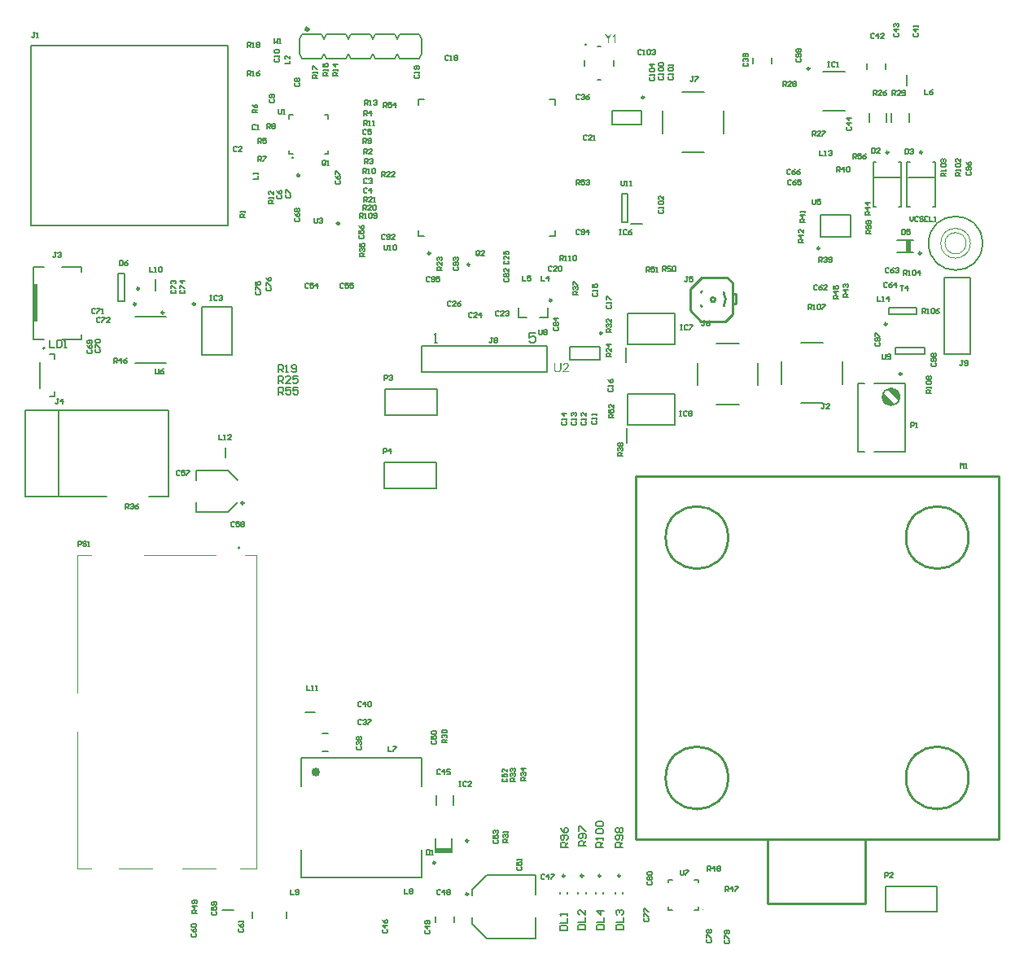
<source format=gto>
G04*
G04 #@! TF.GenerationSoftware,Altium Limited,Altium Designer,21.2.1 (34)*
G04*
G04 Layer_Color=65535*
%FSAX24Y24*%
%MOIN*%
G70*
G04*
G04 #@! TF.SameCoordinates,274D9A25-BBB1-47C8-A32C-90C4575193A4*
G04*
G04*
G04 #@! TF.FilePolarity,Positive*
G04*
G01*
G75*
%ADD10C,0.0098*%
%ADD11C,0.0079*%
%ADD12C,0.0039*%
%ADD13C,0.0118*%
%ADD14C,0.0100*%
%ADD15C,0.0197*%
%ADD16C,0.0050*%
%ADD17C,0.0060*%
%ADD18C,0.0060*%
%ADD19C,0.0059*%
%ADD20R,0.0197X0.1575*%
G36*
X038725Y053688D02*
Y053540D01*
X038677D01*
Y053688D01*
X038570Y053890D01*
X038623D01*
X038679Y053785D01*
Y053784D01*
X038679Y053783D01*
X038680Y053782D01*
X038681Y053780D01*
X038685Y053774D01*
X038688Y053766D01*
X038692Y053758D01*
X038696Y053749D01*
X038700Y053740D01*
X038703Y053730D01*
Y053731D01*
X038704Y053731D01*
X038704Y053733D01*
X038705Y053734D01*
X038707Y053740D01*
X038709Y053746D01*
X038713Y053755D01*
X038718Y053764D01*
X038723Y053775D01*
X038729Y053787D01*
X038785Y053890D01*
X038836D01*
X038725Y053688D01*
D02*
G37*
G36*
X038989Y053540D02*
X038945D01*
Y053806D01*
X038944Y053805D01*
X038943Y053802D01*
X038941Y053799D01*
X038937Y053794D01*
X038933Y053789D01*
X038928Y053784D01*
X038921Y053779D01*
X038920Y053778D01*
X038917Y053776D01*
X038913Y053774D01*
X038907Y053771D01*
X038901Y053767D01*
X038893Y053763D01*
X038885Y053759D01*
X038876Y053756D01*
Y053804D01*
X038877D01*
X038878Y053805D01*
X038879Y053805D01*
X038882Y053807D01*
X038887Y053810D01*
X038894Y053815D01*
X038902Y053821D01*
X038911Y053828D01*
X038919Y053836D01*
X038927Y053844D01*
X038928Y053844D01*
X038928Y053845D01*
X038931Y053848D01*
X038934Y053853D01*
X038939Y053859D01*
X038944Y053866D01*
X038949Y053874D01*
X038954Y053883D01*
X038958Y053892D01*
X038989D01*
Y053540D01*
D02*
G37*
G36*
X036777Y040219D02*
Y040219D01*
Y040217D01*
Y040214D01*
Y040210D01*
X036776Y040205D01*
Y040200D01*
X036776Y040193D01*
X036775Y040187D01*
X036774Y040172D01*
X036772Y040157D01*
X036768Y040142D01*
X036766Y040135D01*
X036764Y040128D01*
Y040128D01*
X036763Y040127D01*
X036762Y040125D01*
X036761Y040123D01*
X036758Y040117D01*
X036753Y040109D01*
X036746Y040100D01*
X036739Y040092D01*
X036729Y040082D01*
X036717Y040074D01*
X036716D01*
X036715Y040073D01*
X036714Y040073D01*
X036711Y040071D01*
X036708Y040069D01*
X036703Y040068D01*
X036699Y040066D01*
X036693Y040064D01*
X036687Y040062D01*
X036681Y040060D01*
X036674Y040058D01*
X036666Y040057D01*
X036657Y040056D01*
X036649Y040055D01*
X036629Y040053D01*
X036624D01*
X036620Y040054D01*
X036616D01*
X036610Y040055D01*
X036604Y040055D01*
X036598Y040056D01*
X036585Y040058D01*
X036570Y040061D01*
X036556Y040065D01*
X036542Y040071D01*
X036542D01*
X036541Y040073D01*
X036539Y040074D01*
X036537Y040075D01*
X036531Y040079D01*
X036524Y040085D01*
X036515Y040093D01*
X036508Y040101D01*
X036500Y040112D01*
X036494Y040124D01*
Y040125D01*
X036494Y040126D01*
X036493Y040128D01*
X036492Y040131D01*
X036491Y040134D01*
X036490Y040139D01*
X036488Y040144D01*
X036487Y040150D01*
X036486Y040156D01*
X036484Y040163D01*
X036483Y040171D01*
X036482Y040179D01*
X036481Y040188D01*
X036481Y040198D01*
X036480Y040209D01*
Y040219D01*
Y040438D01*
X036530D01*
Y040219D01*
Y040219D01*
Y040217D01*
Y040215D01*
Y040211D01*
X036531Y040207D01*
Y040203D01*
X036531Y040192D01*
X036532Y040180D01*
X036534Y040168D01*
X036536Y040157D01*
X036537Y040152D01*
X036539Y040147D01*
X036540Y040146D01*
X036541Y040143D01*
X036543Y040139D01*
X036547Y040134D01*
X036550Y040128D01*
X036556Y040122D01*
X036562Y040116D01*
X036570Y040111D01*
X036571Y040111D01*
X036574Y040109D01*
X036579Y040107D01*
X036585Y040105D01*
X036593Y040103D01*
X036603Y040101D01*
X036613Y040099D01*
X036625Y040099D01*
X036630D01*
X036633Y040099D01*
X036638D01*
X036643Y040100D01*
X036655Y040102D01*
X036668Y040105D01*
X036681Y040109D01*
X036693Y040115D01*
X036698Y040119D01*
X036703Y040123D01*
X036704Y040124D01*
X036704Y040124D01*
X036706Y040126D01*
X036707Y040128D01*
X036709Y040132D01*
X036711Y040135D01*
X036713Y040140D01*
X036715Y040145D01*
X036718Y040151D01*
X036719Y040158D01*
X036721Y040166D01*
X036723Y040175D01*
X036725Y040184D01*
X036726Y040195D01*
X036727Y040207D01*
Y040219D01*
Y040438D01*
X036777D01*
Y040219D01*
D02*
G37*
G36*
X036976Y040439D02*
X036980Y040438D01*
X036986Y040438D01*
X036992Y040437D01*
X036998Y040436D01*
X037012Y040432D01*
X037026Y040426D01*
X037033Y040423D01*
X037040Y040419D01*
X037047Y040414D01*
X037053Y040409D01*
X037053Y040408D01*
X037054Y040408D01*
X037055Y040406D01*
X037058Y040403D01*
X037060Y040401D01*
X037063Y040397D01*
X037066Y040393D01*
X037069Y040388D01*
X037075Y040378D01*
X037080Y040365D01*
X037082Y040358D01*
X037083Y040350D01*
X037084Y040343D01*
X037085Y040335D01*
Y040334D01*
Y040331D01*
X037084Y040326D01*
X037084Y040320D01*
X037083Y040314D01*
X037081Y040306D01*
X037078Y040298D01*
X037075Y040290D01*
X037075Y040289D01*
X037074Y040286D01*
X037071Y040282D01*
X037068Y040276D01*
X037064Y040269D01*
X037058Y040261D01*
X037052Y040253D01*
X037044Y040243D01*
X037043Y040242D01*
X037040Y040239D01*
X037037Y040236D01*
X037035Y040234D01*
X037031Y040230D01*
X037027Y040226D01*
X037023Y040222D01*
X037017Y040217D01*
X037012Y040211D01*
X037005Y040205D01*
X036998Y040199D01*
X036991Y040192D01*
X036982Y040185D01*
X036973Y040177D01*
X036972Y040177D01*
X036971Y040176D01*
X036969Y040174D01*
X036966Y040172D01*
X036963Y040169D01*
X036959Y040165D01*
X036951Y040158D01*
X036941Y040150D01*
X036933Y040142D01*
X036925Y040135D01*
X036922Y040132D01*
X036919Y040129D01*
X036918Y040129D01*
X036917Y040127D01*
X036915Y040125D01*
X036912Y040122D01*
X036909Y040118D01*
X036906Y040114D01*
X036899Y040105D01*
X037086D01*
Y040060D01*
X036835D01*
Y040061D01*
Y040063D01*
Y040066D01*
X036835Y040070D01*
X036836Y040075D01*
X036837Y040081D01*
X036838Y040086D01*
X036840Y040092D01*
Y040093D01*
X036841Y040093D01*
X036842Y040097D01*
X036844Y040101D01*
X036847Y040108D01*
X036852Y040116D01*
X036857Y040124D01*
X036863Y040133D01*
X036871Y040142D01*
Y040143D01*
X036872Y040144D01*
X036875Y040147D01*
X036880Y040152D01*
X036887Y040159D01*
X036895Y040167D01*
X036905Y040177D01*
X036918Y040188D01*
X036932Y040199D01*
X036932Y040200D01*
X036934Y040201D01*
X036938Y040204D01*
X036941Y040207D01*
X036946Y040212D01*
X036952Y040217D01*
X036958Y040222D01*
X036965Y040228D01*
X036979Y040241D01*
X036993Y040254D01*
X036999Y040261D01*
X037005Y040267D01*
X037011Y040273D01*
X037015Y040279D01*
Y040280D01*
X037016Y040281D01*
X037017Y040282D01*
X037018Y040284D01*
X037022Y040290D01*
X037027Y040298D01*
X037030Y040306D01*
X037034Y040316D01*
X037036Y040326D01*
X037037Y040336D01*
Y040336D01*
Y040337D01*
X037037Y040340D01*
X037036Y040346D01*
X037035Y040352D01*
X037033Y040359D01*
X037029Y040367D01*
X037024Y040374D01*
X037017Y040382D01*
X037016Y040383D01*
X037013Y040385D01*
X037010Y040388D01*
X037004Y040392D01*
X036996Y040395D01*
X036987Y040399D01*
X036977Y040401D01*
X036965Y040401D01*
X036962D01*
X036960Y040401D01*
X036953Y040400D01*
X036946Y040399D01*
X036938Y040396D01*
X036928Y040393D01*
X036920Y040388D01*
X036911Y040381D01*
X036910Y040380D01*
X036908Y040377D01*
X036905Y040373D01*
X036902Y040366D01*
X036898Y040359D01*
X036894Y040349D01*
X036892Y040338D01*
X036891Y040325D01*
X036844Y040330D01*
Y040331D01*
X036844Y040332D01*
Y040335D01*
X036845Y040339D01*
X036846Y040343D01*
X036847Y040348D01*
X036849Y040354D01*
X036850Y040360D01*
X036855Y040373D01*
X036861Y040387D01*
X036865Y040393D01*
X036870Y040400D01*
X036875Y040406D01*
X036880Y040411D01*
X036881Y040412D01*
X036882Y040412D01*
X036883Y040414D01*
X036886Y040415D01*
X036890Y040418D01*
X036893Y040420D01*
X036898Y040423D01*
X036903Y040425D01*
X036909Y040428D01*
X036916Y040431D01*
X036923Y040433D01*
X036930Y040435D01*
X036939Y040437D01*
X036947Y040438D01*
X036957Y040439D01*
X036966Y040439D01*
X036972D01*
X036976Y040439D01*
D02*
G37*
D10*
X038389Y019429D02*
G03*
X038389Y019429I-000049J000000D01*
G01*
X039189D02*
G03*
X039189Y019429I-000049J000000D01*
G01*
X037669D02*
G03*
X037669Y019429I-000049J000000D01*
G01*
X036919D02*
G03*
X036919Y019429I-000049J000000D01*
G01*
X043089Y043029D02*
G03*
X043089Y043029I-000098J000000D01*
G01*
X043433Y042763D02*
G03*
X043421Y043331I-000488J000274D01*
G01*
X042504Y042782D02*
G03*
X042529Y042736I000476J000233D01*
G01*
X042531Y043369D02*
G03*
X042502Y043319I000444J-000290D01*
G01*
X040169Y051307D02*
G03*
X040169Y051307I-000049J000000D01*
G01*
X038449Y041657D02*
G03*
X038449Y041657I-000049J000000D01*
G01*
X031407Y044926D02*
G03*
X031407Y044926I-000049J000000D01*
G01*
X050106Y042022D02*
G03*
X050106Y042022I-000049J000000D01*
G01*
X050715Y039985D02*
G03*
X050715Y039985I-000049J000000D01*
G01*
X036378Y043003D02*
G03*
X036378Y043003I-000049J000000D01*
G01*
X047351Y045125D02*
G03*
X047351Y045125I-000049J000000D01*
G01*
X051510Y044925D02*
G03*
X051510Y044925I-000049J000000D01*
G01*
X051559Y049059D02*
G03*
X051559Y049059I-000049J000000D01*
G01*
X050169D02*
G03*
X050169Y049059I-000049J000000D01*
G01*
X046942Y052487D02*
G03*
X046942Y052487I-000049J000000D01*
G01*
X033030Y044461D02*
G03*
X033030Y044461I-000049J000000D01*
G01*
X026057Y048116D02*
G03*
X026057Y048116I-000049J000000D01*
G01*
X025773Y048842D02*
G03*
X025773Y048842I-000020J000000D01*
G01*
X027683Y046145D02*
G03*
X027683Y046145I-000049J000000D01*
G01*
X020497Y042492D02*
G03*
X020497Y042492I-000049J000000D01*
G01*
X021784Y042845D02*
G03*
X021784Y042845I-000049J000000D01*
G01*
X019491Y043473D02*
G03*
X019491Y043473I-000049J000000D01*
G01*
X019348Y042837D02*
G03*
X019348Y042837I-000049J000000D01*
G01*
X023771Y034698D02*
G03*
X023771Y034698I-000049J000000D01*
G01*
X032966Y020865D02*
G03*
X032966Y020865I-000049J000000D01*
G01*
X031610Y019967D02*
G03*
X031610Y019967I-000049J000000D01*
G01*
X032963Y018682D02*
G03*
X032963Y018682I-000049J000000D01*
G01*
D11*
X015619Y041034D02*
G03*
X015619Y041034I-000039J000000D01*
G01*
X050628Y039041D02*
G03*
X050628Y039041I-000350J000000D01*
G01*
X054022Y045336D02*
G03*
X054022Y045336I-001102J000000D01*
G01*
X023618Y032865D02*
G03*
X023540Y032865I-000039J000000D01*
G01*
D02*
G03*
X023618Y032865I000039J000000D01*
G01*
X038183Y018681D02*
Y018759D01*
X038497Y018681D02*
Y018759D01*
X038983Y018681D02*
Y018759D01*
X039297Y018681D02*
Y018759D01*
X037463Y018681D02*
Y018759D01*
X037777Y018681D02*
Y018759D01*
X036713Y018681D02*
Y018759D01*
X037027Y018681D02*
Y018759D01*
X046577Y038780D02*
X047503D01*
X048280Y039557D02*
Y040483D01*
X046577Y041260D02*
X047503D01*
X045800Y039557D02*
Y040483D01*
X052450Y040801D02*
X053510D01*
Y043919D01*
X052450D02*
X053510D01*
X052450Y040801D02*
Y043919D01*
X048919Y036804D02*
X049181D01*
X049579D02*
X050841D01*
X049579Y039596D02*
X050841D01*
X048919D02*
X049181D01*
X050413Y039363D02*
X050590Y039185D01*
X050308Y039386D02*
X050619Y039077D01*
X050234Y039381D02*
X050619Y038998D01*
X050170Y039366D02*
X050605Y038934D01*
X048919Y036804D02*
Y039596D01*
X050841Y036804D02*
Y039596D01*
X049951Y039147D02*
X050385Y038715D01*
X049936Y039083D02*
X050321Y038700D01*
X049936Y039004D02*
X050247Y038695D01*
X049966Y038896D02*
X050143Y038719D01*
X039634Y046146D02*
X040106D01*
X039496Y046205D02*
Y047347D01*
X039260D02*
X039496D01*
X039260Y046205D02*
Y047347D01*
Y046205D02*
X039496D01*
X038840Y050204D02*
Y050756D01*
X040060Y050204D02*
Y050756D01*
X038840Y050204D02*
X040060D01*
X038840Y050756D02*
X040060D01*
X038240Y052020D02*
X038397D01*
X038240Y053400D02*
X038397D01*
X038911Y052592D02*
Y052828D01*
X037729Y052826D02*
X037729Y052590D01*
X043410Y049837D02*
Y050763D01*
X041707Y049060D02*
X042633D01*
X040930Y049837D02*
Y050763D01*
X041707Y051540D02*
X042633D01*
X039485Y041190D02*
Y042450D01*
X041415D01*
Y041190D02*
Y042450D01*
X039485Y041190D02*
X041415D01*
X039434Y040452D02*
Y041052D01*
X036179Y040070D02*
Y041130D01*
X031061D02*
X036179D01*
X031061Y040070D02*
Y041130D01*
Y040070D02*
X036179D01*
X039444Y037164D02*
Y037765D01*
X039495Y037902D02*
X041425D01*
Y039162D01*
X039495D02*
X041425D01*
X039495Y037902D02*
Y039162D01*
X043117Y041220D02*
X044043D01*
X042340Y039517D02*
Y040443D01*
X043117Y038740D02*
X044043D01*
X044820Y039517D02*
Y040443D01*
X037120Y041106D02*
X038340D01*
X037120Y040554D02*
X038340D01*
Y041106D01*
X037120Y040554D02*
Y041106D01*
X030925Y045635D02*
X031151D01*
X036289D02*
X036515D01*
Y050999D02*
Y051225D01*
Y045635D02*
Y045861D01*
X030925Y051225D02*
X031151D01*
X036289D02*
X036515D01*
X030925Y050999D02*
Y051225D01*
Y045635D02*
Y045861D01*
X050041Y017950D02*
Y019010D01*
Y017950D02*
X052159D01*
Y019010D01*
X050041D02*
X052159D01*
X029561Y038310D02*
Y039370D01*
Y038310D02*
X031679D01*
Y039370D01*
X029561D02*
X031679D01*
X029531Y035310D02*
Y036370D01*
Y035310D02*
X031649D01*
Y036370D01*
X029531D02*
X031649D01*
X051317Y042445D02*
Y042701D01*
X050175D02*
X051317D01*
X050175Y042445D02*
Y042701D01*
Y042445D02*
X051317D01*
X050440Y040792D02*
X051640D01*
Y041068D01*
X050440D02*
X051640D01*
X050440Y040792D02*
Y041068D01*
X035039Y042295D02*
X035364D01*
X035039D02*
Y042688D01*
X035896Y042295D02*
X036220D01*
Y042688D01*
X050920Y051803D02*
Y052217D01*
X048620Y045587D02*
Y046493D01*
X047400Y045587D02*
Y046493D01*
X048620D01*
X047400Y045587D02*
X048620D01*
X026960Y052910D02*
X027060Y053110D01*
X026060D02*
X026160Y052910D01*
X026060Y053690D02*
X026160Y053890D01*
X026960D02*
X027060Y053690D01*
X027160Y053890D01*
X027960D01*
X028060Y053690D01*
X027960Y052910D02*
X028060Y053110D01*
X027160Y052910D02*
X027960D01*
X027060Y053110D02*
X027160Y052910D01*
X028060Y053690D02*
X028160Y053890D01*
X028960D01*
X029060Y053690D01*
X028960Y052910D02*
X029060Y053110D01*
X028160Y052910D02*
X028960D01*
X028060Y053110D02*
X028160Y052910D01*
X029060Y053690D02*
X029160Y053890D01*
X029960D01*
X030060Y053690D01*
X029960Y052910D02*
X030060Y053110D01*
X029160Y052910D02*
X029960D01*
X029060Y053110D02*
X029160Y052910D01*
X030060Y053110D02*
X030160Y052910D01*
X030960D01*
X031060Y053110D01*
Y053690D01*
X030960Y053890D02*
X031060Y053690D01*
X030160Y053890D02*
X030960D01*
X030060Y053690D02*
X030160Y053890D01*
X026060Y053110D02*
Y053690D01*
X026160Y052910D02*
X026960D01*
X026160Y053890D02*
X026960D01*
X050909Y044964D02*
Y045476D01*
X050988Y044964D02*
Y045476D01*
X051067Y044964D02*
Y045476D01*
X050535D02*
X051205D01*
X050535Y044964D02*
X051205D01*
X052081Y046844D02*
Y048656D01*
X050939Y046844D02*
X051040D01*
X051980D02*
X052081D01*
X050939D02*
Y048656D01*
X051040D01*
X051980D02*
X052081D01*
X050978Y048045D02*
X052042D01*
X050691Y046844D02*
Y048656D01*
X049549Y046844D02*
X049650D01*
X050590D02*
X050691D01*
X049549D02*
Y048656D01*
X049650D01*
X050590D02*
X050691D01*
X049588Y048045D02*
X050651D01*
X050306Y050283D02*
Y050677D01*
X051014Y050283D02*
Y050677D01*
X050084Y050283D02*
Y050677D01*
X049376Y050283D02*
Y050677D01*
X047483Y050775D02*
X048389D01*
X047483Y052349D02*
X048389D01*
X044626Y052702D02*
Y052938D01*
X045374Y052702D02*
Y052938D01*
X049306Y052472D02*
Y052708D01*
X050054Y052472D02*
Y052708D01*
X025623Y048985D02*
X025780D01*
X025623D02*
Y049142D01*
X027080Y048985D02*
X027237D01*
Y049142D01*
Y050442D02*
Y050599D01*
X027080D02*
X027237D01*
X025623D02*
X025780D01*
X025623Y050442D02*
Y050599D01*
X019335Y042335D02*
X020575D01*
X019335Y040445D02*
X020575D01*
X022070Y040776D02*
Y042744D01*
X023290Y040776D02*
Y042744D01*
X022070D02*
X023290D01*
X022070Y040776D02*
X023290D01*
X020150Y043394D02*
Y043866D01*
X018619Y044097D02*
X018875D01*
X018619Y042955D02*
Y044097D01*
Y042955D02*
X018875D01*
Y044097D01*
X023010Y036563D02*
Y036977D01*
X023122Y034344D02*
X023515Y034737D01*
X021823Y034344D02*
Y034737D01*
Y035643D02*
Y036036D01*
Y034344D02*
X023122D01*
X021823Y036036D02*
X023122D01*
X023515Y035643D01*
X041171Y019262D02*
X041328D01*
X042234D02*
X042391D01*
X041171Y018041D02*
X041328D01*
X042234D02*
X042391D01*
X041171Y019154D02*
Y019262D01*
Y018041D02*
Y018150D01*
X042391Y019154D02*
Y019262D01*
Y018041D02*
Y018150D01*
X026288Y026144D02*
X026702D01*
X027002Y025264D02*
X027238D01*
X027002Y024516D02*
X027238D01*
X026131Y019348D02*
X031052D01*
X026131Y024270D02*
X031052D01*
X026131Y019348D02*
Y020510D01*
X031052Y019348D02*
Y020510D01*
Y023108D02*
Y024270D01*
X026131Y023108D02*
Y024270D01*
X031656Y022323D02*
Y022717D01*
X032364Y022323D02*
Y022717D01*
X031635Y020385D02*
Y020975D01*
X032305Y020385D02*
Y020975D01*
X031635Y020385D02*
X032305D01*
X031635Y020463D02*
X032305D01*
X031635Y020542D02*
X032305D01*
X033121Y017461D02*
X033711Y016871D01*
X033121Y018879D02*
X033711Y019469D01*
X035719Y018662D02*
Y019469D01*
Y016871D02*
Y017717D01*
X033711Y019469D02*
X035719D01*
X033711Y016871D02*
X035719D01*
X033121Y018623D02*
Y018879D01*
Y017461D02*
Y017717D01*
X032374Y017541D02*
Y017777D01*
X031626Y017541D02*
Y017777D01*
X024121Y017712D02*
Y017948D01*
X025539Y017712D02*
Y017948D01*
X022892Y018015D02*
X023345D01*
X037749Y053497D02*
X037795D01*
Y053451D01*
X037749D01*
Y053497D01*
D12*
X052920Y045769D02*
G03*
X052830Y045760I000000J-000433D01*
G01*
Y044913D02*
G03*
X052920Y044903I000090J000424D01*
G01*
X053352Y045768D02*
G03*
X052920Y045947I-000432J-000432D01*
G01*
Y044726D02*
G03*
X053352Y044905I000000J000610D01*
G01*
X052356Y045570D02*
G03*
X052310Y045336I000564J-000234D01*
G01*
X053530D02*
G03*
X053530Y045336I-000610J000000D01*
G01*
X052310D02*
G03*
X052356Y045103I000610J000000D01*
G01*
X053353Y045336D02*
G03*
X053353Y045336I-000433J000000D01*
G01*
X042569Y018041D02*
G03*
X042569Y018041I-000020J000000D01*
G01*
X018658Y019716D02*
X020036D01*
X016965Y032550D02*
X017520D01*
X016965Y026920D02*
Y032550D01*
Y019716D02*
Y025345D01*
Y019716D02*
X017520D01*
X021260D02*
X022638D01*
X023622D02*
X024288D01*
Y032550D01*
X023819D02*
X024288D01*
X019685D02*
X022638D01*
D13*
X026419Y054100D02*
G03*
X026419Y054100I-000059J000000D01*
G01*
D14*
X053450Y023440D02*
G03*
X053450Y023440I-001280J000000D01*
G01*
X043607D02*
G03*
X043607Y023440I-001280J000000D01*
G01*
Y033283D02*
G03*
X043607Y033283I-001280J000000D01*
G01*
X053450D02*
G03*
X053450Y033283I-001280J000000D01*
G01*
X042518Y043935D02*
X043562D01*
X042046Y043463D02*
X042518Y043935D01*
X042046Y042596D02*
Y043463D01*
Y042596D02*
X042498Y042144D01*
X043502D01*
X043778Y042419D01*
Y043718D01*
X043562Y043935D02*
X043778Y043718D01*
Y043266D02*
X043936D01*
Y042872D02*
Y043266D01*
X043817Y042872D02*
X043936D01*
X054690Y020920D02*
Y035802D01*
X039808D02*
X054690D01*
X039808Y020920D02*
Y035802D01*
Y020920D02*
X054690D01*
Y023440D01*
X045225Y018306D02*
Y020920D01*
Y018306D02*
X049225D01*
Y020920D01*
D15*
X026800Y023679D02*
G03*
X026800Y023679I-000079J000000D01*
G01*
D16*
X015830Y040807D02*
X016007D01*
X015830Y039055D02*
X016007D01*
X015416Y039392D02*
Y040471D01*
X016007Y040612D02*
Y040807D01*
Y039055D02*
Y039250D01*
X015043Y046054D02*
Y053436D01*
Y046054D02*
X023114D01*
Y053436D01*
X015043D02*
X023114D01*
D17*
X015168Y041413D02*
Y044366D01*
X017107Y041413D02*
Y041600D01*
Y044179D02*
Y044366D01*
X038230Y017240D02*
X038530D01*
Y017390D01*
X038480Y017440D01*
X038280D01*
X038230Y017390D01*
Y017240D01*
Y017540D02*
X038530D01*
Y017740D01*
Y017990D02*
X038230D01*
X038380Y017840D01*
Y018040D01*
X039010Y017230D02*
X039310D01*
Y017380D01*
X039260Y017430D01*
X039060D01*
X039010Y017380D01*
Y017230D01*
Y017530D02*
X039310D01*
Y017730D01*
X039060Y017830D02*
X039010Y017880D01*
Y017980D01*
X039060Y018030D01*
X039110D01*
X039160Y017980D01*
Y017930D01*
Y017980D01*
X039210Y018030D01*
X039260D01*
X039310Y017980D01*
Y017880D01*
X039260Y017830D01*
X037470Y017230D02*
X037770D01*
Y017380D01*
X037720Y017430D01*
X037520D01*
X037470Y017380D01*
Y017230D01*
Y017530D02*
X037770D01*
Y017730D01*
Y018030D02*
Y017830D01*
X037570Y018030D01*
X037520D01*
X037470Y017980D01*
Y017880D01*
X037520Y017830D01*
X036720Y017210D02*
X037020D01*
Y017360D01*
X036970Y017410D01*
X036770D01*
X036720Y017360D01*
Y017210D01*
Y017510D02*
X037020D01*
Y017710D01*
Y017810D02*
Y017910D01*
Y017860D01*
X036720D01*
X036770Y017810D01*
X038500Y020605D02*
X038200D01*
Y020755D01*
X038250Y020805D01*
X038350D01*
X038400Y020755D01*
Y020605D01*
Y020705D02*
X038500Y020805D01*
Y020905D02*
Y021005D01*
Y020955D01*
X038200D01*
X038250Y020905D01*
Y021155D02*
X038200Y021205D01*
Y021305D01*
X038250Y021355D01*
X038450D01*
X038500Y021305D01*
Y021205D01*
X038450Y021155D01*
X038250D01*
Y021455D02*
X038200Y021505D01*
Y021605D01*
X038250Y021655D01*
X038450D01*
X038500Y021605D01*
Y021505D01*
X038450Y021455D01*
X038250D01*
X039290Y020600D02*
X038990D01*
Y020750D01*
X039040Y020800D01*
X039140D01*
X039190Y020750D01*
Y020600D01*
Y020700D02*
X039290Y020800D01*
X039240Y020900D02*
X039290Y020950D01*
Y021050D01*
X039240Y021100D01*
X039040D01*
X038990Y021050D01*
Y020950D01*
X039040Y020900D01*
X039090D01*
X039140Y020950D01*
Y021100D01*
X039040Y021200D02*
X038990Y021250D01*
Y021350D01*
X039040Y021400D01*
X039090D01*
X039140Y021350D01*
X039190Y021400D01*
X039240D01*
X039290Y021350D01*
Y021250D01*
X039240Y021200D01*
X039190D01*
X039140Y021250D01*
X039090Y021200D01*
X039040D01*
X039140Y021250D02*
Y021350D01*
X037790Y020650D02*
X037490D01*
Y020800D01*
X037540Y020850D01*
X037640D01*
X037690Y020800D01*
Y020650D01*
Y020750D02*
X037790Y020850D01*
X037740Y020950D02*
X037790Y021000D01*
Y021100D01*
X037740Y021150D01*
X037540D01*
X037490Y021100D01*
Y021000D01*
X037540Y020950D01*
X037590D01*
X037640Y021000D01*
Y021150D01*
X037490Y021250D02*
Y021450D01*
X037540D01*
X037740Y021250D01*
X037790D01*
X037040Y020610D02*
X036740D01*
Y020760D01*
X036790Y020810D01*
X036890D01*
X036940Y020760D01*
Y020610D01*
Y020710D02*
X037040Y020810D01*
X036990Y020910D02*
X037040Y020960D01*
Y021060D01*
X036990Y021110D01*
X036790D01*
X036740Y021060D01*
Y020960D01*
X036790Y020910D01*
X036840D01*
X036890Y020960D01*
Y021110D01*
X036740Y021410D02*
X036790Y021310D01*
X036890Y021210D01*
X036990D01*
X037040Y021260D01*
Y021360D01*
X036990Y021410D01*
X036940D01*
X036890Y021360D01*
Y021210D01*
X025185Y040050D02*
Y040350D01*
X025335D01*
X025385Y040300D01*
Y040200D01*
X025335Y040150D01*
X025185D01*
X025285D02*
X025385Y040050D01*
X025485D02*
X025585D01*
X025535D01*
Y040350D01*
X025485Y040300D01*
X025735Y040100D02*
X025785Y040050D01*
X025885D01*
X025935Y040100D01*
Y040300D01*
X025885Y040350D01*
X025785D01*
X025735Y040300D01*
Y040250D01*
X025785Y040200D01*
X025935D01*
X025180Y039600D02*
Y039900D01*
X025330D01*
X025380Y039850D01*
Y039750D01*
X025330Y039700D01*
X025180D01*
X025280D02*
X025380Y039600D01*
X025680D02*
X025480D01*
X025680Y039800D01*
Y039850D01*
X025630Y039900D01*
X025530D01*
X025480Y039850D01*
X025980Y039900D02*
X025780D01*
Y039750D01*
X025880Y039800D01*
X025930D01*
X025980Y039750D01*
Y039650D01*
X025930Y039600D01*
X025830D01*
X025780Y039650D01*
X025190Y039130D02*
Y039430D01*
X025340D01*
X025390Y039380D01*
Y039280D01*
X025340Y039230D01*
X025190D01*
X025290D02*
X025390Y039130D01*
X025690Y039430D02*
X025490D01*
Y039280D01*
X025590Y039330D01*
X025640D01*
X025690Y039280D01*
Y039180D01*
X025640Y039130D01*
X025540D01*
X025490Y039180D01*
X025990Y039430D02*
X025790D01*
Y039280D01*
X025890Y039330D01*
X025940D01*
X025990Y039280D01*
Y039180D01*
X025940Y039130D01*
X025840D01*
X025790Y039180D01*
X015818Y041372D02*
Y041072D01*
X016018D01*
X016118Y041372D02*
Y041072D01*
X016268D01*
X016318Y041122D01*
Y041322D01*
X016268Y041372D01*
X016118D01*
X016418Y041072D02*
X016518D01*
X016468D01*
Y041372D01*
X016418Y041322D01*
X041953Y043960D02*
X041887D01*
X041920D01*
Y043793D01*
X041887Y043760D01*
X041853D01*
X041820Y043793D01*
X042153Y043960D02*
X042020D01*
Y043860D01*
X042087Y043893D01*
X042120D01*
X042153Y043860D01*
Y043793D01*
X042120Y043760D01*
X042053D01*
X042020Y043793D01*
X035737Y041669D02*
X035470D01*
Y041469D01*
X035604Y041536D01*
X035670D01*
X035737Y041469D01*
Y041336D01*
X035670Y041269D01*
X035537D01*
X035470Y041336D01*
X031573Y041269D02*
X031706D01*
X031639D01*
Y041669D01*
X031573Y041603D01*
X051077Y037810D02*
Y038010D01*
X051177D01*
X051210Y037977D01*
Y037910D01*
X051177Y037877D01*
X051077D01*
X051277Y037810D02*
X051343D01*
X051310D01*
Y038010D01*
X051277Y037977D01*
X053237Y040540D02*
X053170D01*
X053203D01*
Y040373D01*
X053170Y040340D01*
X053137D01*
X053103Y040373D01*
X053303D02*
X053337Y040340D01*
X053403D01*
X053437Y040373D01*
Y040507D01*
X053403Y040540D01*
X053337D01*
X053303Y040507D01*
Y040473D01*
X053337Y040440D01*
X053437D01*
X037830Y049727D02*
X037797Y049760D01*
X037730D01*
X037697Y049727D01*
Y049593D01*
X037730Y049560D01*
X037797D01*
X037830Y049593D01*
X038030Y049560D02*
X037897D01*
X038030Y049693D01*
Y049727D01*
X037997Y049760D01*
X037930D01*
X037897Y049727D01*
X038097Y049560D02*
X038163D01*
X038130D01*
Y049760D01*
X038097Y049727D01*
X032143Y052997D02*
X032110Y053030D01*
X032043D01*
X032010Y052997D01*
Y052863D01*
X032043Y052830D01*
X032110D01*
X032143Y052863D01*
X032210Y052830D02*
X032277D01*
X032243D01*
Y053030D01*
X032210Y052997D01*
X032377D02*
X032410Y053030D01*
X032477D01*
X032510Y052997D01*
Y052963D01*
X032477Y052930D01*
X032510Y052897D01*
Y052863D01*
X032477Y052830D01*
X032410D01*
X032377Y052863D01*
Y052897D01*
X032410Y052930D01*
X032377Y052963D01*
Y052997D01*
X032410Y052930D02*
X032477D01*
X046900Y042630D02*
Y042830D01*
X047000D01*
X047033Y042797D01*
Y042730D01*
X047000Y042697D01*
X046900D01*
X046967D02*
X047033Y042630D01*
X047100D02*
X047167D01*
X047133D01*
Y042830D01*
X047100Y042797D01*
X047267D02*
X047300Y042830D01*
X047367D01*
X047400Y042797D01*
Y042663D01*
X047367Y042630D01*
X047300D01*
X047267Y042663D01*
Y042797D01*
X047467Y042830D02*
X047600D01*
Y042797D01*
X047467Y042663D01*
Y042630D01*
X038653Y042803D02*
X038620Y042770D01*
Y042703D01*
X038653Y042670D01*
X038787D01*
X038820Y042703D01*
Y042770D01*
X038787Y042803D01*
X038820Y042870D02*
Y042937D01*
Y042903D01*
X038620D01*
X038653Y042870D01*
X038620Y043037D02*
Y043170D01*
X038653D01*
X038787Y043037D01*
X038820D01*
X038723Y039393D02*
X038690Y039360D01*
Y039293D01*
X038723Y039260D01*
X038857D01*
X038890Y039293D01*
Y039360D01*
X038857Y039393D01*
X038890Y039460D02*
Y039527D01*
Y039493D01*
X038690D01*
X038723Y039460D01*
X038690Y039760D02*
X038723Y039693D01*
X038790Y039627D01*
X038857D01*
X038890Y039660D01*
Y039727D01*
X038857Y039760D01*
X038823D01*
X038790Y039727D01*
Y039627D01*
X036717Y044620D02*
Y044820D01*
X036817D01*
X036850Y044787D01*
Y044720D01*
X036817Y044687D01*
X036717D01*
X036783D02*
X036850Y044620D01*
X036917D02*
X036983D01*
X036950D01*
Y044820D01*
X036917Y044787D01*
X037083Y044620D02*
X037150D01*
X037117D01*
Y044820D01*
X037083Y044787D01*
X037250D02*
X037283Y044820D01*
X037350D01*
X037383Y044787D01*
Y044653D01*
X037350Y044620D01*
X037283D01*
X037250Y044653D01*
Y044787D01*
X028530Y046370D02*
Y046570D01*
X028630D01*
X028663Y046537D01*
Y046470D01*
X028630Y046437D01*
X028530D01*
X028597D02*
X028663Y046370D01*
X028730D02*
X028797D01*
X028763D01*
Y046570D01*
X028730Y046537D01*
X028897D02*
X028930Y046570D01*
X028997D01*
X029030Y046537D01*
Y046403D01*
X028997Y046370D01*
X028930D01*
X028897Y046403D01*
Y046537D01*
X029097Y046403D02*
X029130Y046370D01*
X029197D01*
X029230Y046403D01*
Y046537D01*
X029197Y046570D01*
X029130D01*
X029097Y046537D01*
Y046503D01*
X029130Y046470D01*
X029230D01*
X029503Y050910D02*
Y051110D01*
X029603D01*
X029637Y051077D01*
Y051010D01*
X029603Y050977D01*
X029503D01*
X029570D02*
X029637Y050910D01*
X029837Y051110D02*
X029703D01*
Y051010D01*
X029770Y051043D01*
X029803D01*
X029837Y051010D01*
Y050943D01*
X029803Y050910D01*
X029737D01*
X029703Y050943D01*
X030003Y050910D02*
Y051110D01*
X029903Y051010D01*
X030037D01*
X037373Y047730D02*
Y047930D01*
X037473D01*
X037507Y047897D01*
Y047830D01*
X037473Y047797D01*
X037373D01*
X037440D02*
X037507Y047730D01*
X037707Y047930D02*
X037573D01*
Y047830D01*
X037640Y047863D01*
X037673D01*
X037707Y047830D01*
Y047763D01*
X037673Y047730D01*
X037607D01*
X037573Y047763D01*
X037773Y047897D02*
X037807Y047930D01*
X037873D01*
X037907Y047897D01*
Y047863D01*
X037873Y047830D01*
X037840D01*
X037873D01*
X037907Y047797D01*
Y047763D01*
X037873Y047730D01*
X037807D01*
X037773Y047763D01*
X031890Y044223D02*
X031690D01*
Y044323D01*
X031723Y044357D01*
X031790D01*
X031823Y044323D01*
Y044223D01*
Y044290D02*
X031890Y044357D01*
Y044557D02*
Y044423D01*
X031757Y044557D01*
X031723D01*
X031690Y044523D01*
Y044457D01*
X031723Y044423D01*
Y044623D02*
X031690Y044657D01*
Y044723D01*
X031723Y044757D01*
X031757D01*
X031790Y044723D01*
Y044690D01*
Y044723D01*
X031823Y044757D01*
X031857D01*
X031890Y044723D01*
Y044657D01*
X031857Y044623D01*
X028697Y047040D02*
Y047240D01*
X028797D01*
X028830Y047207D01*
Y047140D01*
X028797Y047107D01*
X028697D01*
X028763D02*
X028830Y047040D01*
X029030D02*
X028897D01*
X029030Y047173D01*
Y047207D01*
X028997Y047240D01*
X028930D01*
X028897Y047207D01*
X029097Y047040D02*
X029163D01*
X029130D01*
Y047240D01*
X029097Y047207D01*
X028663Y046700D02*
Y046900D01*
X028763D01*
X028797Y046867D01*
Y046800D01*
X028763Y046767D01*
X028663D01*
X028730D02*
X028797Y046700D01*
X028997D02*
X028863D01*
X028997Y046833D01*
Y046867D01*
X028963Y046900D01*
X028897D01*
X028863Y046867D01*
X029063D02*
X029097Y046900D01*
X029163D01*
X029197Y046867D01*
Y046733D01*
X029163Y046700D01*
X029097D01*
X029063Y046733D01*
Y046867D01*
X031377Y043917D02*
X031343Y043950D01*
X031277D01*
X031243Y043917D01*
Y043783D01*
X031277Y043750D01*
X031343D01*
X031377Y043783D01*
X031443D02*
X031477Y043750D01*
X031543D01*
X031577Y043783D01*
Y043917D01*
X031543Y043950D01*
X031477D01*
X031443Y043917D01*
Y043883D01*
X031477Y043850D01*
X031577D01*
X031777Y043950D02*
X031643D01*
Y043850D01*
X031710Y043883D01*
X031743D01*
X031777Y043850D01*
Y043783D01*
X031743Y043750D01*
X031677D01*
X031643Y043783D01*
X037537Y045857D02*
X037503Y045890D01*
X037437D01*
X037403Y045857D01*
Y045723D01*
X037437Y045690D01*
X037503D01*
X037537Y045723D01*
X037603D02*
X037637Y045690D01*
X037703D01*
X037737Y045723D01*
Y045857D01*
X037703Y045890D01*
X037637D01*
X037603Y045857D01*
Y045823D01*
X037637Y045790D01*
X037737D01*
X037903Y045690D02*
Y045890D01*
X037803Y045790D01*
X037937D01*
X032403Y044357D02*
X032370Y044323D01*
Y044257D01*
X032403Y044223D01*
X032537D01*
X032570Y044257D01*
Y044323D01*
X032537Y044357D01*
Y044423D02*
X032570Y044457D01*
Y044523D01*
X032537Y044557D01*
X032403D01*
X032370Y044523D01*
Y044457D01*
X032403Y044423D01*
X032437D01*
X032470Y044457D01*
Y044557D01*
X032403Y044623D02*
X032370Y044657D01*
Y044723D01*
X032403Y044757D01*
X032437D01*
X032470Y044723D01*
Y044690D01*
Y044723D01*
X032503Y044757D01*
X032537D01*
X032570Y044723D01*
Y044657D01*
X032537Y044623D01*
X029567Y045677D02*
X029533Y045710D01*
X029467D01*
X029433Y045677D01*
Y045543D01*
X029467Y045510D01*
X029533D01*
X029567Y045543D01*
X029633D02*
X029667Y045510D01*
X029733D01*
X029767Y045543D01*
Y045677D01*
X029733Y045710D01*
X029667D01*
X029633Y045677D01*
Y045643D01*
X029667Y045610D01*
X029767D01*
X029967Y045510D02*
X029833D01*
X029967Y045643D01*
Y045677D01*
X029933Y045710D01*
X029867D01*
X029833Y045677D01*
X037507Y051387D02*
X037473Y051420D01*
X037407D01*
X037373Y051387D01*
Y051253D01*
X037407Y051220D01*
X037473D01*
X037507Y051253D01*
X037573Y051387D02*
X037607Y051420D01*
X037673D01*
X037707Y051387D01*
Y051353D01*
X037673Y051320D01*
X037640D01*
X037673D01*
X037707Y051287D01*
Y051253D01*
X037673Y051220D01*
X037607D01*
X037573Y051253D01*
X037907Y051420D02*
X037840Y051387D01*
X037773Y051320D01*
Y051253D01*
X037807Y051220D01*
X037873D01*
X037907Y051253D01*
Y051287D01*
X037873Y051320D01*
X037773D01*
X030803Y052223D02*
X030770Y052190D01*
Y052123D01*
X030803Y052090D01*
X030937D01*
X030970Y052123D01*
Y052190D01*
X030937Y052223D01*
X030970Y052290D02*
Y052357D01*
Y052323D01*
X030770D01*
X030803Y052290D01*
X030937Y052457D02*
X030970Y052490D01*
Y052557D01*
X030937Y052590D01*
X030803D01*
X030770Y052557D01*
Y052490D01*
X030803Y052457D01*
X030837D01*
X030870Y052490D01*
Y052590D01*
X038103Y043303D02*
X038070Y043270D01*
Y043203D01*
X038103Y043170D01*
X038237D01*
X038270Y043203D01*
Y043270D01*
X038237Y043303D01*
X038270Y043370D02*
Y043437D01*
Y043403D01*
X038070D01*
X038103Y043370D01*
X038070Y043670D02*
Y043537D01*
X038170D01*
X038137Y043603D01*
Y043637D01*
X038170Y043670D01*
X038237D01*
X038270Y043637D01*
Y043570D01*
X038237Y043537D01*
X033967Y041470D02*
X033900D01*
X033933D01*
Y041303D01*
X033900Y041270D01*
X033867D01*
X033833Y041303D01*
X034033Y041437D02*
X034067Y041470D01*
X034133D01*
X034167Y041437D01*
Y041403D01*
X034133Y041370D01*
X034167Y041337D01*
Y041303D01*
X034133Y041270D01*
X034067D01*
X034033Y041303D01*
Y041337D01*
X034067Y041370D01*
X034033Y041403D01*
Y041437D01*
X034067Y041370D02*
X034133D01*
X039233Y047890D02*
Y047723D01*
X039267Y047690D01*
X039333D01*
X039367Y047723D01*
Y047890D01*
X039433Y047690D02*
X039500D01*
X039467D01*
Y047890D01*
X039433Y047857D01*
X039600Y047690D02*
X039667D01*
X039633D01*
Y047890D01*
X039600Y047857D01*
X051910Y039210D02*
X051710D01*
Y039310D01*
X051743Y039343D01*
X051810D01*
X051843Y039310D01*
Y039210D01*
Y039277D02*
X051910Y039343D01*
Y039410D02*
Y039477D01*
Y039443D01*
X051710D01*
X051743Y039410D01*
Y039577D02*
X051710Y039610D01*
Y039677D01*
X051743Y039710D01*
X051877D01*
X051910Y039677D01*
Y039610D01*
X051877Y039577D01*
X051743D01*
Y039777D02*
X051710Y039810D01*
Y039877D01*
X051743Y039910D01*
X051777D01*
X051810Y039877D01*
X051843Y039910D01*
X051877D01*
X051910Y039877D01*
Y039810D01*
X051877Y039777D01*
X051843D01*
X051810Y039810D01*
X051777Y039777D01*
X051743D01*
X051810Y039810D02*
Y039877D01*
X042177Y052170D02*
X042110D01*
X042143D01*
Y052003D01*
X042110Y051970D01*
X042077D01*
X042043Y052003D01*
X042243Y052170D02*
X042377D01*
Y052137D01*
X042243Y052003D01*
Y051970D01*
X042662Y042165D02*
X042595D01*
X042628D01*
Y041998D01*
X042595Y041965D01*
X042562D01*
X042528Y041998D01*
X042861Y042165D02*
X042795Y042132D01*
X042728Y042065D01*
Y041998D01*
X042761Y041965D01*
X042828D01*
X042861Y041998D01*
Y042032D01*
X042828Y042065D01*
X042728D01*
X041620Y038470D02*
X041687D01*
X041653D01*
Y038270D01*
X041620D01*
X041687D01*
X041920Y038437D02*
X041887Y038470D01*
X041820D01*
X041787Y038437D01*
Y038303D01*
X041820Y038270D01*
X041887D01*
X041920Y038303D01*
X041987Y038437D02*
X042020Y038470D01*
X042087D01*
X042120Y038437D01*
Y038403D01*
X042087Y038370D01*
X042120Y038337D01*
Y038303D01*
X042087Y038270D01*
X042020D01*
X041987Y038303D01*
Y038337D01*
X042020Y038370D01*
X041987Y038403D01*
Y038437D01*
X042020Y038370D02*
X042087D01*
X041650Y041980D02*
X041717D01*
X041683D01*
Y041780D01*
X041650D01*
X041717D01*
X041950Y041947D02*
X041917Y041980D01*
X041850D01*
X041817Y041947D01*
Y041813D01*
X041850Y041780D01*
X041917D01*
X041950Y041813D01*
X042017Y041980D02*
X042150D01*
Y041947D01*
X042017Y041813D01*
Y041780D01*
X039150Y045880D02*
X039217D01*
X039183D01*
Y045680D01*
X039150D01*
X039217D01*
X039450Y045847D02*
X039417Y045880D01*
X039350D01*
X039317Y045847D01*
Y045713D01*
X039350Y045680D01*
X039417D01*
X039450Y045713D01*
X039650Y045880D02*
X039583Y045847D01*
X039517Y045780D01*
Y045713D01*
X039550Y045680D01*
X039617D01*
X039650Y045713D01*
Y045747D01*
X039617Y045780D01*
X039517D01*
X040423Y052143D02*
X040390Y052110D01*
Y052043D01*
X040423Y052010D01*
X040557D01*
X040590Y052043D01*
Y052110D01*
X040557Y052143D01*
X040590Y052210D02*
Y052277D01*
Y052243D01*
X040390D01*
X040423Y052210D01*
Y052377D02*
X040390Y052410D01*
Y052477D01*
X040423Y052510D01*
X040557D01*
X040590Y052477D01*
Y052410D01*
X040557Y052377D01*
X040423D01*
X040590Y052677D02*
X040390D01*
X040490Y052577D01*
Y052710D01*
X040043Y053237D02*
X040010Y053270D01*
X039943D01*
X039910Y053237D01*
Y053103D01*
X039943Y053070D01*
X040010D01*
X040043Y053103D01*
X040110Y053070D02*
X040177D01*
X040143D01*
Y053270D01*
X040110Y053237D01*
X040277D02*
X040310Y053270D01*
X040377D01*
X040410Y053237D01*
Y053103D01*
X040377Y053070D01*
X040310D01*
X040277Y053103D01*
Y053237D01*
X040477D02*
X040510Y053270D01*
X040577D01*
X040610Y053237D01*
Y053203D01*
X040577Y053170D01*
X040543D01*
X040577D01*
X040610Y053137D01*
Y053103D01*
X040577Y053070D01*
X040510D01*
X040477Y053103D01*
X040803Y046683D02*
X040770Y046650D01*
Y046583D01*
X040803Y046550D01*
X040937D01*
X040970Y046583D01*
Y046650D01*
X040937Y046683D01*
X040970Y046750D02*
Y046817D01*
Y046783D01*
X040770D01*
X040803Y046750D01*
Y046917D02*
X040770Y046950D01*
Y047017D01*
X040803Y047050D01*
X040937D01*
X040970Y047017D01*
Y046950D01*
X040937Y046917D01*
X040803D01*
X040970Y047250D02*
Y047117D01*
X040837Y047250D01*
X040803D01*
X040770Y047217D01*
Y047150D01*
X040803Y047117D01*
X041183Y052177D02*
X041150Y052143D01*
Y052077D01*
X041183Y052043D01*
X041317D01*
X041350Y052077D01*
Y052143D01*
X041317Y052177D01*
X041350Y052243D02*
Y052310D01*
Y052277D01*
X041150D01*
X041183Y052243D01*
Y052410D02*
X041150Y052443D01*
Y052510D01*
X041183Y052543D01*
X041317D01*
X041350Y052510D01*
Y052443D01*
X041317Y052410D01*
X041183D01*
X041350Y052610D02*
Y052677D01*
Y052643D01*
X041150D01*
X041183Y052610D01*
X040793Y052163D02*
X040760Y052130D01*
Y052063D01*
X040793Y052030D01*
X040927D01*
X040960Y052063D01*
Y052130D01*
X040927Y052163D01*
X040960Y052230D02*
Y052297D01*
Y052263D01*
X040760D01*
X040793Y052230D01*
Y052397D02*
X040760Y052430D01*
Y052497D01*
X040793Y052530D01*
X040927D01*
X040960Y052497D01*
Y052430D01*
X040927Y052397D01*
X040793D01*
Y052597D02*
X040760Y052630D01*
Y052697D01*
X040793Y052730D01*
X040927D01*
X040960Y052697D01*
Y052630D01*
X040927Y052597D01*
X040793D01*
X029520Y045260D02*
Y045093D01*
X029553Y045060D01*
X029620D01*
X029653Y045093D01*
Y045260D01*
X029720Y045060D02*
X029787D01*
X029753D01*
Y045260D01*
X029720Y045227D01*
X029887D02*
X029920Y045260D01*
X029987D01*
X030020Y045227D01*
Y045093D01*
X029987Y045060D01*
X029920D01*
X029887Y045093D01*
Y045227D01*
X029500Y036720D02*
Y036920D01*
X029600D01*
X029633Y036887D01*
Y036820D01*
X029600Y036787D01*
X029500D01*
X029800Y036720D02*
Y036920D01*
X029700Y036820D01*
X029833D01*
X029530Y039720D02*
Y039920D01*
X029630D01*
X029663Y039887D01*
Y039820D01*
X029630Y039787D01*
X029530D01*
X029730Y039887D02*
X029763Y039920D01*
X029830D01*
X029863Y039887D01*
Y039853D01*
X029830Y039820D01*
X029797D01*
X029830D01*
X029863Y039787D01*
Y039753D01*
X029830Y039720D01*
X029763D01*
X029730Y039753D01*
X050010Y019360D02*
Y019560D01*
X050110D01*
X050143Y019527D01*
Y019460D01*
X050110Y019427D01*
X050010D01*
X050343Y019360D02*
X050210D01*
X050343Y019493D01*
Y019527D01*
X050310Y019560D01*
X050243D01*
X050210Y019527D01*
X047553Y038750D02*
X047487D01*
X047520D01*
Y038583D01*
X047487Y038550D01*
X047453D01*
X047420Y038583D01*
X047753Y038550D02*
X047620D01*
X047753Y038683D01*
Y038717D01*
X047720Y038750D01*
X047653D01*
X047620Y038717D01*
X049920Y040780D02*
Y040613D01*
X049953Y040580D01*
X050020D01*
X050053Y040613D01*
Y040780D01*
X050120Y040613D02*
X050153Y040580D01*
X050220D01*
X050253Y040613D01*
Y040747D01*
X050220Y040780D01*
X050153D01*
X050120Y040747D01*
Y040713D01*
X050153Y040680D01*
X050253D01*
X050650Y043580D02*
X050783D01*
X050717D01*
Y043380D01*
X050950D02*
Y043580D01*
X050850Y043480D01*
X050983D01*
X051540Y042460D02*
Y042660D01*
X051640D01*
X051673Y042627D01*
Y042560D01*
X051640Y042527D01*
X051540D01*
X051607D02*
X051673Y042460D01*
X051740D02*
X051807D01*
X051773D01*
Y042660D01*
X051740Y042627D01*
X051907D02*
X051940Y042660D01*
X052007D01*
X052040Y042627D01*
Y042493D01*
X052007Y042460D01*
X051940D01*
X051907Y042493D01*
Y042627D01*
X052240Y042660D02*
X052173Y042627D01*
X052106Y042560D01*
Y042493D01*
X052140Y042460D01*
X052206D01*
X052240Y042493D01*
Y042527D01*
X052206Y042560D01*
X052106D01*
X050780Y044020D02*
Y044220D01*
X050880D01*
X050913Y044187D01*
Y044120D01*
X050880Y044087D01*
X050780D01*
X050847D02*
X050913Y044020D01*
X050980D02*
X051047D01*
X051013D01*
Y044220D01*
X050980Y044187D01*
X051147D02*
X051180Y044220D01*
X051247D01*
X051280Y044187D01*
Y044053D01*
X051247Y044020D01*
X051180D01*
X051147Y044053D01*
Y044187D01*
X051446Y044020D02*
Y044220D01*
X051346Y044120D01*
X051480D01*
X051943Y040423D02*
X051910Y040390D01*
Y040323D01*
X051943Y040290D01*
X052077D01*
X052110Y040323D01*
Y040390D01*
X052077Y040423D01*
Y040490D02*
X052110Y040523D01*
Y040590D01*
X052077Y040623D01*
X051943D01*
X051910Y040590D01*
Y040523D01*
X051943Y040490D01*
X051977D01*
X052010Y040523D01*
Y040623D01*
X051943Y040690D02*
X051910Y040723D01*
Y040790D01*
X051943Y040823D01*
X051977D01*
X052010Y040790D01*
X052043Y040823D01*
X052077D01*
X052110Y040790D01*
Y040723D01*
X052077Y040690D01*
X052043D01*
X052010Y040723D01*
X051977Y040690D01*
X051943D01*
X052010Y040723D02*
Y040790D01*
X049663Y041273D02*
X049630Y041240D01*
Y041173D01*
X049663Y041140D01*
X049797D01*
X049830Y041173D01*
Y041240D01*
X049797Y041273D01*
Y041340D02*
X049830Y041373D01*
Y041440D01*
X049797Y041473D01*
X049663D01*
X049630Y041440D01*
Y041373D01*
X049663Y041340D01*
X049697D01*
X049730Y041373D01*
Y041473D01*
X049630Y041540D02*
Y041673D01*
X049663D01*
X049797Y041540D01*
X049830D01*
X052530Y048080D02*
X052330D01*
Y048180D01*
X052363Y048213D01*
X052430D01*
X052463Y048180D01*
Y048080D01*
Y048147D02*
X052530Y048213D01*
Y048280D02*
Y048347D01*
Y048313D01*
X052330D01*
X052363Y048280D01*
Y048447D02*
X052330Y048480D01*
Y048547D01*
X052363Y048580D01*
X052497D01*
X052530Y048547D01*
Y048480D01*
X052497Y048447D01*
X052363D01*
Y048646D02*
X052330Y048680D01*
Y048746D01*
X052363Y048780D01*
X052397D01*
X052430Y048746D01*
Y048713D01*
Y048746D01*
X052463Y048780D01*
X052497D01*
X052530Y048746D01*
Y048680D01*
X052497Y048646D01*
X053130Y048090D02*
X052930D01*
Y048190D01*
X052963Y048223D01*
X053030D01*
X053063Y048190D01*
Y048090D01*
Y048157D02*
X053130Y048223D01*
Y048290D02*
Y048357D01*
Y048323D01*
X052930D01*
X052963Y048290D01*
Y048457D02*
X052930Y048490D01*
Y048557D01*
X052963Y048590D01*
X053097D01*
X053130Y048557D01*
Y048490D01*
X053097Y048457D01*
X052963D01*
X053130Y048790D02*
Y048656D01*
X052997Y048790D01*
X052963D01*
X052930Y048756D01*
Y048690D01*
X052963Y048656D01*
X049470Y045720D02*
X049270D01*
Y045820D01*
X049303Y045853D01*
X049370D01*
X049403Y045820D01*
Y045720D01*
Y045787D02*
X049470Y045853D01*
X049437Y045920D02*
X049470Y045953D01*
Y046020D01*
X049437Y046053D01*
X049303D01*
X049270Y046020D01*
Y045953D01*
X049303Y045920D01*
X049337D01*
X049370Y045953D01*
Y046053D01*
X049437Y046120D02*
X049470Y046153D01*
Y046220D01*
X049437Y046253D01*
X049303D01*
X049270Y046220D01*
Y046153D01*
X049303Y046120D01*
X049337D01*
X049370Y046153D01*
Y046253D01*
X053373Y048253D02*
X053340Y048220D01*
Y048153D01*
X053373Y048120D01*
X053507D01*
X053540Y048153D01*
Y048220D01*
X053507Y048253D01*
Y048320D02*
X053540Y048353D01*
Y048420D01*
X053507Y048453D01*
X053373D01*
X053340Y048420D01*
Y048353D01*
X053373Y048320D01*
X053407D01*
X053440Y048353D01*
Y048453D01*
X053340Y048653D02*
X053373Y048587D01*
X053440Y048520D01*
X053507D01*
X053540Y048553D01*
Y048620D01*
X053507Y048653D01*
X053473D01*
X053440Y048620D01*
Y048520D01*
X035870Y041810D02*
Y041643D01*
X035903Y041610D01*
X035970D01*
X036003Y041643D01*
Y041810D01*
X036070Y041777D02*
X036103Y041810D01*
X036170D01*
X036203Y041777D01*
Y041743D01*
X036170Y041710D01*
X036203Y041677D01*
Y041643D01*
X036170Y041610D01*
X036103D01*
X036070Y041643D01*
Y041677D01*
X036103Y041710D01*
X036070Y041743D01*
Y041777D01*
X036103Y041710D02*
X036170D01*
X048730Y048810D02*
Y049010D01*
X048830D01*
X048863Y048977D01*
Y048910D01*
X048830Y048877D01*
X048730D01*
X048797D02*
X048863Y048810D01*
X049063Y049010D02*
X048930D01*
Y048910D01*
X048997Y048943D01*
X049030D01*
X049063Y048910D01*
Y048843D01*
X049030Y048810D01*
X048963D01*
X048930Y048843D01*
X049263Y049010D02*
X049197Y048977D01*
X049130Y048910D01*
Y048843D01*
X049163Y048810D01*
X049230D01*
X049263Y048843D01*
Y048877D01*
X049230Y048910D01*
X049130D01*
X038920Y038210D02*
X038720D01*
Y038310D01*
X038753Y038343D01*
X038820D01*
X038853Y038310D01*
Y038210D01*
Y038277D02*
X038920Y038343D01*
X038720Y038543D02*
Y038410D01*
X038820D01*
X038787Y038477D01*
Y038510D01*
X038820Y038543D01*
X038887D01*
X038920Y038510D01*
Y038443D01*
X038887Y038410D01*
X038920Y038743D02*
Y038610D01*
X038787Y038743D01*
X038753D01*
X038720Y038710D01*
Y038643D01*
X038753Y038610D01*
X040240Y044160D02*
Y044360D01*
X040340D01*
X040373Y044327D01*
Y044260D01*
X040340Y044227D01*
X040240D01*
X040307D02*
X040373Y044160D01*
X040573Y044360D02*
X040440D01*
Y044260D01*
X040507Y044293D01*
X040540D01*
X040573Y044260D01*
Y044193D01*
X040540Y044160D01*
X040473D01*
X040440Y044193D01*
X040640Y044160D02*
X040707D01*
X040673D01*
Y044360D01*
X040640Y044327D01*
X040910Y044180D02*
Y044380D01*
X041010D01*
X041043Y044347D01*
Y044280D01*
X041010Y044247D01*
X040910D01*
X040977D02*
X041043Y044180D01*
X041243Y044380D02*
X041110D01*
Y044280D01*
X041177Y044313D01*
X041210D01*
X041243Y044280D01*
Y044213D01*
X041210Y044180D01*
X041143D01*
X041110Y044213D01*
X041310Y044347D02*
X041343Y044380D01*
X041410D01*
X041443Y044347D01*
Y044213D01*
X041410Y044180D01*
X041343D01*
X041310Y044213D01*
Y044347D01*
X036483Y041903D02*
X036450Y041870D01*
Y041803D01*
X036483Y041770D01*
X036617D01*
X036650Y041803D01*
Y041870D01*
X036617Y041903D01*
X036483Y041970D02*
X036450Y042003D01*
Y042070D01*
X036483Y042103D01*
X036517D01*
X036550Y042070D01*
X036583Y042103D01*
X036617D01*
X036650Y042070D01*
Y042003D01*
X036617Y041970D01*
X036583D01*
X036550Y042003D01*
X036517Y041970D01*
X036483D01*
X036550Y042003D02*
Y042070D01*
X036650Y042270D02*
X036450D01*
X036550Y042170D01*
Y042303D01*
X025020Y053720D02*
Y053520D01*
X025087Y053587D01*
X025153Y053520D01*
Y053720D01*
X025220Y053520D02*
X025287D01*
X025253D01*
Y053720D01*
X025220Y053687D01*
X034443Y043883D02*
X034410Y043850D01*
Y043783D01*
X034443Y043750D01*
X034577D01*
X034610Y043783D01*
Y043850D01*
X034577Y043883D01*
X034443Y043950D02*
X034410Y043983D01*
Y044050D01*
X034443Y044083D01*
X034477D01*
X034510Y044050D01*
X034543Y044083D01*
X034577D01*
X034610Y044050D01*
Y043983D01*
X034577Y043950D01*
X034543D01*
X034510Y043983D01*
X034477Y043950D01*
X034443D01*
X034510Y043983D02*
Y044050D01*
X034610Y044283D02*
Y044150D01*
X034477Y044283D01*
X034443D01*
X034410Y044250D01*
Y044183D01*
X034443Y044150D01*
X041640Y019670D02*
Y019503D01*
X041673Y019470D01*
X041740D01*
X041773Y019503D01*
Y019670D01*
X041840D02*
X041973D01*
Y019637D01*
X041840Y019503D01*
Y019470D01*
X021860Y017900D02*
X021660D01*
Y018000D01*
X021693Y018033D01*
X021760D01*
X021793Y018000D01*
Y017900D01*
Y017967D02*
X021860Y018033D01*
Y018200D02*
X021660D01*
X021760Y018100D01*
Y018233D01*
X021827Y018300D02*
X021860Y018333D01*
Y018400D01*
X021827Y018433D01*
X021693D01*
X021660Y018400D01*
Y018333D01*
X021693Y018300D01*
X021727D01*
X021760Y018333D01*
Y018433D01*
X042770Y019630D02*
Y019830D01*
X042870D01*
X042903Y019797D01*
Y019730D01*
X042870Y019697D01*
X042770D01*
X042837D02*
X042903Y019630D01*
X043070D02*
Y019830D01*
X042970Y019730D01*
X043103D01*
X043170Y019797D02*
X043203Y019830D01*
X043270D01*
X043303Y019797D01*
Y019763D01*
X043270Y019730D01*
X043303Y019697D01*
Y019663D01*
X043270Y019630D01*
X043203D01*
X043170Y019663D01*
Y019697D01*
X043203Y019730D01*
X043170Y019763D01*
Y019797D01*
X043203Y019730D02*
X043270D01*
X043490Y018800D02*
Y019000D01*
X043590D01*
X043623Y018967D01*
Y018900D01*
X043590Y018867D01*
X043490D01*
X043557D02*
X043623Y018800D01*
X043790D02*
Y019000D01*
X043690Y018900D01*
X043823D01*
X043890Y019000D02*
X044023D01*
Y018967D01*
X043890Y018833D01*
Y018800D01*
X018440Y040420D02*
Y040620D01*
X018540D01*
X018573Y040587D01*
Y040520D01*
X018540Y040487D01*
X018440D01*
X018507D02*
X018573Y040420D01*
X018740D02*
Y040620D01*
X018640Y040520D01*
X018773D01*
X018973Y040620D02*
X018907Y040587D01*
X018840Y040520D01*
Y040453D01*
X018873Y040420D01*
X018940D01*
X018973Y040453D01*
Y040487D01*
X018940Y040520D01*
X018840D01*
X049710Y043150D02*
Y042950D01*
X049843D01*
X049910D02*
X049977D01*
X049943D01*
Y043150D01*
X049910Y043117D01*
X050177Y042950D02*
Y043150D01*
X050077Y043050D01*
X050210D01*
X047360Y049140D02*
Y048940D01*
X047493D01*
X047560D02*
X047627D01*
X047593D01*
Y049140D01*
X047560Y049107D01*
X047727D02*
X047760Y049140D01*
X047827D01*
X047860Y049107D01*
Y049073D01*
X047827Y049040D01*
X047793D01*
X047827D01*
X047860Y049007D01*
Y048973D01*
X047827Y048940D01*
X047760D01*
X047727Y048973D01*
X022750Y037510D02*
Y037310D01*
X022883D01*
X022950D02*
X023017D01*
X022983D01*
Y037510D01*
X022950Y037477D01*
X023250Y037310D02*
X023117D01*
X023250Y037443D01*
Y037477D01*
X023217Y037510D01*
X023150D01*
X023117Y037477D01*
X026360Y027220D02*
Y027020D01*
X026493D01*
X026560D02*
X026627D01*
X026593D01*
Y027220D01*
X026560Y027187D01*
X026727Y027020D02*
X026793D01*
X026760D01*
Y027220D01*
X026727Y027187D01*
X019910Y044350D02*
Y044150D01*
X020043D01*
X020110D02*
X020177D01*
X020143D01*
Y044350D01*
X020110Y044317D01*
X020277D02*
X020310Y044350D01*
X020377D01*
X020410Y044317D01*
Y044183D01*
X020377Y044150D01*
X020310D01*
X020277Y044183D01*
Y044317D01*
X016203Y038970D02*
X016137D01*
X016170D01*
Y038803D01*
X016137Y038770D01*
X016103D01*
X016070Y038803D01*
X016370Y038770D02*
Y038970D01*
X016270Y038870D01*
X016403D01*
X016093Y044950D02*
X016027D01*
X016060D01*
Y044783D01*
X016027Y044750D01*
X015993D01*
X015960Y044783D01*
X016160Y044917D02*
X016193Y044950D01*
X016260D01*
X016293Y044917D01*
Y044883D01*
X016260Y044850D01*
X016227D01*
X016260D01*
X016293Y044817D01*
Y044783D01*
X016260Y044750D01*
X016193D01*
X016160Y044783D01*
X018690Y044620D02*
Y044420D01*
X018790D01*
X018823Y044453D01*
Y044587D01*
X018790Y044620D01*
X018690D01*
X019023D02*
X018957Y044587D01*
X018890Y044520D01*
Y044453D01*
X018923Y044420D01*
X018990D01*
X019023Y044453D01*
Y044487D01*
X018990Y044520D01*
X018890D01*
X050730Y045890D02*
Y045690D01*
X050830D01*
X050863Y045723D01*
Y045857D01*
X050830Y045890D01*
X050730D01*
X051063D02*
X050930D01*
Y045790D01*
X050997Y045823D01*
X051030D01*
X051063Y045790D01*
Y045723D01*
X051030Y045690D01*
X050963D01*
X050930Y045723D01*
X050870Y049190D02*
Y048990D01*
X050970D01*
X051003Y049023D01*
Y049157D01*
X050970Y049190D01*
X050870D01*
X051070Y049157D02*
X051103Y049190D01*
X051170D01*
X051203Y049157D01*
Y049123D01*
X051170Y049090D01*
X051137D01*
X051170D01*
X051203Y049057D01*
Y049023D01*
X051170Y048990D01*
X051103D01*
X051070Y049023D01*
X049480Y049230D02*
Y049030D01*
X049580D01*
X049613Y049063D01*
Y049197D01*
X049580Y049230D01*
X049480D01*
X049813Y049030D02*
X049680D01*
X049813Y049163D01*
Y049197D01*
X049780Y049230D01*
X049713D01*
X049680Y049197D01*
X040323Y019193D02*
X040290Y019160D01*
Y019093D01*
X040323Y019060D01*
X040457D01*
X040490Y019093D01*
Y019160D01*
X040457Y019193D01*
X040323Y019260D02*
X040290Y019293D01*
Y019360D01*
X040323Y019393D01*
X040357D01*
X040390Y019360D01*
X040423Y019393D01*
X040457D01*
X040490Y019360D01*
Y019293D01*
X040457Y019260D01*
X040423D01*
X040390Y019293D01*
X040357Y019260D01*
X040323D01*
X040390Y019293D02*
Y019360D01*
X040323Y019460D02*
X040290Y019493D01*
Y019560D01*
X040323Y019593D01*
X040457D01*
X040490Y019560D01*
Y019493D01*
X040457Y019460D01*
X040323D01*
X043473Y016803D02*
X043440Y016770D01*
Y016703D01*
X043473Y016670D01*
X043607D01*
X043640Y016703D01*
Y016770D01*
X043607Y016803D01*
X043440Y016870D02*
Y017003D01*
X043473D01*
X043607Y016870D01*
X043640D01*
X043607Y017070D02*
X043640Y017103D01*
Y017170D01*
X043607Y017203D01*
X043473D01*
X043440Y017170D01*
Y017103D01*
X043473Y017070D01*
X043507D01*
X043540Y017103D01*
Y017203D01*
X042763Y016833D02*
X042730Y016800D01*
Y016733D01*
X042763Y016700D01*
X042897D01*
X042930Y016733D01*
Y016800D01*
X042897Y016833D01*
X042730Y016900D02*
Y017033D01*
X042763D01*
X042897Y016900D01*
X042930D01*
X042763Y017100D02*
X042730Y017133D01*
Y017200D01*
X042763Y017233D01*
X042797D01*
X042830Y017200D01*
X042863Y017233D01*
X042897D01*
X042930Y017200D01*
Y017133D01*
X042897Y017100D01*
X042863D01*
X042830Y017133D01*
X042797Y017100D01*
X042763D01*
X042830Y017133D02*
Y017200D01*
X040183Y017683D02*
X040150Y017650D01*
Y017583D01*
X040183Y017550D01*
X040317D01*
X040350Y017583D01*
Y017650D01*
X040317Y017683D01*
X040150Y017750D02*
Y017883D01*
X040183D01*
X040317Y017750D01*
X040350D01*
X040150Y017950D02*
Y018083D01*
X040183D01*
X040317Y017950D01*
X040350D01*
X024733Y043533D02*
X024700Y043500D01*
Y043433D01*
X024733Y043400D01*
X024867D01*
X024900Y043433D01*
Y043500D01*
X024867Y043533D01*
X024700Y043600D02*
Y043733D01*
X024733D01*
X024867Y043600D01*
X024900D01*
X024700Y043933D02*
X024733Y043867D01*
X024800Y043800D01*
X024867D01*
X024900Y043833D01*
Y043900D01*
X024867Y043933D01*
X024833D01*
X024800Y043900D01*
Y043800D01*
X024273Y043373D02*
X024240Y043340D01*
Y043273D01*
X024273Y043240D01*
X024407D01*
X024440Y043273D01*
Y043340D01*
X024407Y043373D01*
X024240Y043440D02*
Y043573D01*
X024273D01*
X024407Y043440D01*
X024440D01*
X024240Y043773D02*
Y043640D01*
X024340D01*
X024307Y043707D01*
Y043740D01*
X024340Y043773D01*
X024407D01*
X024440Y043740D01*
Y043673D01*
X024407Y043640D01*
X021183Y043413D02*
X021150Y043380D01*
Y043313D01*
X021183Y043280D01*
X021317D01*
X021350Y043313D01*
Y043380D01*
X021317Y043413D01*
X021150Y043480D02*
Y043613D01*
X021183D01*
X021317Y043480D01*
X021350D01*
Y043780D02*
X021150D01*
X021250Y043680D01*
Y043813D01*
X020823Y043413D02*
X020790Y043380D01*
Y043313D01*
X020823Y043280D01*
X020957D01*
X020990Y043313D01*
Y043380D01*
X020957Y043413D01*
X020790Y043480D02*
Y043613D01*
X020823D01*
X020957Y043480D01*
X020990D01*
X020823Y043680D02*
X020790Y043713D01*
Y043780D01*
X020823Y043813D01*
X020857D01*
X020890Y043780D01*
Y043747D01*
Y043780D01*
X020923Y043813D01*
X020957D01*
X020990Y043780D01*
Y043713D01*
X020957Y043680D01*
X017883Y042257D02*
X017850Y042290D01*
X017783D01*
X017750Y042257D01*
Y042123D01*
X017783Y042090D01*
X017850D01*
X017883Y042123D01*
X017950Y042290D02*
X018083D01*
Y042257D01*
X017950Y042123D01*
Y042090D01*
X018283D02*
X018150D01*
X018283Y042223D01*
Y042257D01*
X018250Y042290D01*
X018183D01*
X018150Y042257D01*
X017703Y042637D02*
X017670Y042670D01*
X017603D01*
X017570Y042637D01*
Y042503D01*
X017603Y042470D01*
X017670D01*
X017703Y042503D01*
X017770Y042670D02*
X017903D01*
Y042637D01*
X017770Y042503D01*
Y042470D01*
X017970D02*
X018037D01*
X018003D01*
Y042670D01*
X017970Y042637D01*
X017733Y041003D02*
X017700Y040970D01*
Y040903D01*
X017733Y040870D01*
X017867D01*
X017900Y040903D01*
Y040970D01*
X017867Y041003D01*
X017700Y041070D02*
Y041203D01*
X017733D01*
X017867Y041070D01*
X017900D01*
X017733Y041270D02*
X017700Y041303D01*
Y041370D01*
X017733Y041403D01*
X017867D01*
X017900Y041370D01*
Y041303D01*
X017867Y041270D01*
X017733D01*
X017373Y040973D02*
X017340Y040940D01*
Y040873D01*
X017373Y040840D01*
X017507D01*
X017540Y040873D01*
Y040940D01*
X017507Y040973D01*
X017340Y041173D02*
X017373Y041107D01*
X017440Y041040D01*
X017507D01*
X017540Y041073D01*
Y041140D01*
X017507Y041173D01*
X017473D01*
X017440Y041140D01*
Y041040D01*
X017507Y041240D02*
X017540Y041273D01*
Y041340D01*
X017507Y041373D01*
X017373D01*
X017340Y041340D01*
Y041273D01*
X017373Y041240D01*
X017407D01*
X017440Y041273D01*
Y041373D01*
X044263Y052713D02*
X044230Y052680D01*
Y052613D01*
X044263Y052580D01*
X044397D01*
X044430Y052613D01*
Y052680D01*
X044397Y052713D01*
X044263Y052780D02*
X044230Y052813D01*
Y052880D01*
X044263Y052913D01*
X044297D01*
X044330Y052880D01*
Y052847D01*
Y052880D01*
X044363Y052913D01*
X044397D01*
X044430Y052880D01*
Y052813D01*
X044397Y052780D01*
Y052980D02*
X044430Y053013D01*
Y053080D01*
X044397Y053113D01*
X044263D01*
X044230Y053080D01*
Y053013D01*
X044263Y052980D01*
X044297D01*
X044330Y053013D01*
Y053113D01*
X020170Y040180D02*
Y040013D01*
X020203Y039980D01*
X020270D01*
X020303Y040013D01*
Y040180D01*
X020503D02*
X020437Y040147D01*
X020370Y040080D01*
Y040013D01*
X020403Y039980D01*
X020470D01*
X020503Y040013D01*
Y040047D01*
X020470Y040080D01*
X020370D01*
X022380Y043210D02*
X022447D01*
X022413D01*
Y043010D01*
X022380D01*
X022447D01*
X022680Y043177D02*
X022647Y043210D01*
X022580D01*
X022547Y043177D01*
Y043043D01*
X022580Y043010D01*
X022647D01*
X022680Y043043D01*
X022747Y043177D02*
X022780Y043210D01*
X022847D01*
X022880Y043177D01*
Y043143D01*
X022847Y043110D01*
X022813D01*
X022847D01*
X022880Y043077D01*
Y043043D01*
X022847Y043010D01*
X022780D01*
X022747Y043043D01*
X025903Y046373D02*
X025870Y046340D01*
Y046273D01*
X025903Y046240D01*
X026037D01*
X026070Y046273D01*
Y046340D01*
X026037Y046373D01*
X025870Y046573D02*
X025903Y046507D01*
X025970Y046440D01*
X026037D01*
X026070Y046473D01*
Y046540D01*
X026037Y046573D01*
X026003D01*
X025970Y046540D01*
Y046440D01*
X025903Y046640D02*
X025870Y046673D01*
Y046740D01*
X025903Y046773D01*
X025937D01*
X025970Y046740D01*
X026003Y046773D01*
X026037D01*
X026070Y046740D01*
Y046673D01*
X026037Y046640D01*
X026003D01*
X025970Y046673D01*
X025937Y046640D01*
X025903D01*
X025970Y046673D02*
Y046740D01*
X027553Y047893D02*
X027520Y047860D01*
Y047793D01*
X027553Y047760D01*
X027687D01*
X027720Y047793D01*
Y047860D01*
X027687Y047893D01*
X027520Y048093D02*
X027553Y048027D01*
X027620Y047960D01*
X027687D01*
X027720Y047993D01*
Y048060D01*
X027687Y048093D01*
X027653D01*
X027620Y048060D01*
Y047960D01*
X027520Y048160D02*
Y048293D01*
X027553D01*
X027687Y048160D01*
X027720D01*
X053117Y036140D02*
Y036340D01*
X053184Y036273D01*
X053251Y036340D01*
Y036140D01*
X053317D02*
X053384D01*
X053351D01*
Y036340D01*
X053317Y036307D01*
X051040Y046430D02*
Y046297D01*
X051107Y046230D01*
X051173Y046297D01*
Y046430D01*
X051373Y046397D02*
X051340Y046430D01*
X051273D01*
X051240Y046397D01*
Y046263D01*
X051273Y046230D01*
X051340D01*
X051373Y046263D01*
X051573Y046397D02*
X051540Y046430D01*
X051473D01*
X051440Y046397D01*
Y046363D01*
X051473Y046330D01*
X051540D01*
X051573Y046297D01*
Y046263D01*
X051540Y046230D01*
X051473D01*
X051440Y046263D01*
X051773Y046430D02*
X051640D01*
Y046230D01*
X051773D01*
X051640Y046330D02*
X051706D01*
X051840Y046430D02*
Y046230D01*
X051973D01*
X052040D02*
X052106D01*
X052073D01*
Y046430D01*
X052040Y046397D01*
X047050Y047140D02*
Y046973D01*
X047083Y046940D01*
X047150D01*
X047183Y046973D01*
Y047140D01*
X047383D02*
X047250D01*
Y047040D01*
X047317Y047073D01*
X047350D01*
X047383Y047040D01*
Y046973D01*
X047350Y046940D01*
X047283D01*
X047250Y046973D01*
X026660Y046370D02*
Y046203D01*
X026693Y046170D01*
X026760D01*
X026793Y046203D01*
Y046370D01*
X026860Y046337D02*
X026893Y046370D01*
X026960D01*
X026993Y046337D01*
Y046303D01*
X026960Y046270D01*
X026927D01*
X026960D01*
X026993Y046237D01*
Y046203D01*
X026960Y046170D01*
X026893D01*
X026860Y046203D01*
X025190Y050830D02*
Y050663D01*
X025223Y050630D01*
X025290D01*
X025323Y050663D01*
Y050830D01*
X025390Y050630D02*
X025457D01*
X025423D01*
Y050830D01*
X025390Y050797D01*
X048120Y043070D02*
X047920D01*
Y043170D01*
X047953Y043203D01*
X048020D01*
X048053Y043170D01*
Y043070D01*
Y043137D02*
X048120Y043203D01*
Y043370D02*
X047920D01*
X048020Y043270D01*
Y043403D01*
X047920Y043603D02*
Y043470D01*
X048020D01*
X047987Y043537D01*
Y043570D01*
X048020Y043603D01*
X048087D01*
X048120Y043570D01*
Y043503D01*
X048087Y043470D01*
X049410Y046510D02*
X049210D01*
Y046610D01*
X049243Y046643D01*
X049310D01*
X049343Y046610D01*
Y046510D01*
Y046577D02*
X049410Y046643D01*
Y046810D02*
X049210D01*
X049310Y046710D01*
Y046843D01*
X049410Y047010D02*
X049210D01*
X049310Y046910D01*
Y047043D01*
X048530Y043120D02*
X048330D01*
Y043220D01*
X048363Y043253D01*
X048430D01*
X048463Y043220D01*
Y043120D01*
Y043187D02*
X048530Y043253D01*
Y043420D02*
X048330D01*
X048430Y043320D01*
Y043453D01*
X048363Y043520D02*
X048330Y043553D01*
Y043620D01*
X048363Y043653D01*
X048397D01*
X048430Y043620D01*
Y043587D01*
Y043620D01*
X048463Y043653D01*
X048497D01*
X048530Y043620D01*
Y043553D01*
X048497Y043520D01*
X046700Y045370D02*
X046500D01*
Y045470D01*
X046533Y045503D01*
X046600D01*
X046633Y045470D01*
Y045370D01*
Y045437D02*
X046700Y045503D01*
Y045670D02*
X046500D01*
X046600Y045570D01*
Y045703D01*
X046700Y045903D02*
Y045770D01*
X046567Y045903D01*
X046533D01*
X046500Y045870D01*
Y045803D01*
X046533Y045770D01*
X046760Y046200D02*
X046560D01*
Y046300D01*
X046593Y046333D01*
X046660D01*
X046693Y046300D01*
Y046200D01*
Y046267D02*
X046760Y046333D01*
Y046500D02*
X046560D01*
X046660Y046400D01*
Y046533D01*
X046760Y046600D02*
Y046667D01*
Y046633D01*
X046560D01*
X046593Y046600D01*
X048070Y048260D02*
Y048460D01*
X048170D01*
X048203Y048427D01*
Y048360D01*
X048170Y048327D01*
X048070D01*
X048137D02*
X048203Y048260D01*
X048370D02*
Y048460D01*
X048270Y048360D01*
X048403D01*
X048470Y048427D02*
X048503Y048460D01*
X048570D01*
X048603Y048427D01*
Y048293D01*
X048570Y048260D01*
X048503D01*
X048470Y048293D01*
Y048427D01*
X047320Y044560D02*
Y044760D01*
X047420D01*
X047453Y044727D01*
Y044660D01*
X047420Y044627D01*
X047320D01*
X047387D02*
X047453Y044560D01*
X047520Y044727D02*
X047553Y044760D01*
X047620D01*
X047653Y044727D01*
Y044693D01*
X047620Y044660D01*
X047587D01*
X047620D01*
X047653Y044627D01*
Y044593D01*
X047620Y044560D01*
X047553D01*
X047520Y044593D01*
X047720D02*
X047753Y044560D01*
X047820D01*
X047853Y044593D01*
Y044727D01*
X047820Y044760D01*
X047753D01*
X047720Y044727D01*
Y044693D01*
X047753Y044660D01*
X047853D01*
X039280Y036620D02*
X039080D01*
Y036720D01*
X039113Y036753D01*
X039180D01*
X039213Y036720D01*
Y036620D01*
Y036687D02*
X039280Y036753D01*
X039113Y036820D02*
X039080Y036853D01*
Y036920D01*
X039113Y036953D01*
X039147D01*
X039180Y036920D01*
Y036887D01*
Y036920D01*
X039213Y036953D01*
X039247D01*
X039280Y036920D01*
Y036853D01*
X039247Y036820D01*
X039113Y037020D02*
X039080Y037053D01*
Y037120D01*
X039113Y037153D01*
X039147D01*
X039180Y037120D01*
X039213Y037153D01*
X039247D01*
X039280Y037120D01*
Y037053D01*
X039247Y037020D01*
X039213D01*
X039180Y037053D01*
X039147Y037020D01*
X039113D01*
X039180Y037053D02*
Y037120D01*
X037470Y043240D02*
X037270D01*
Y043340D01*
X037303Y043373D01*
X037370D01*
X037403Y043340D01*
Y043240D01*
Y043307D02*
X037470Y043373D01*
X037303Y043440D02*
X037270Y043473D01*
Y043540D01*
X037303Y043573D01*
X037337D01*
X037370Y043540D01*
Y043507D01*
Y043540D01*
X037403Y043573D01*
X037437D01*
X037470Y043540D01*
Y043473D01*
X037437Y043440D01*
X037270Y043640D02*
Y043773D01*
X037303D01*
X037437Y043640D01*
X037470D01*
X018920Y034450D02*
Y034650D01*
X019020D01*
X019053Y034617D01*
Y034550D01*
X019020Y034517D01*
X018920D01*
X018987D02*
X019053Y034450D01*
X019120Y034617D02*
X019153Y034650D01*
X019220D01*
X019253Y034617D01*
Y034583D01*
X019220Y034550D01*
X019187D01*
X019220D01*
X019253Y034517D01*
Y034483D01*
X019220Y034450D01*
X019153D01*
X019120Y034483D01*
X019453Y034650D02*
X019387Y034617D01*
X019320Y034550D01*
Y034483D01*
X019353Y034450D01*
X019420D01*
X019453Y034483D01*
Y034517D01*
X019420Y034550D01*
X019320D01*
X028730Y044810D02*
X028530D01*
Y044910D01*
X028563Y044943D01*
X028630D01*
X028663Y044910D01*
Y044810D01*
Y044877D02*
X028730Y044943D01*
X028563Y045010D02*
X028530Y045043D01*
Y045110D01*
X028563Y045143D01*
X028597D01*
X028630Y045110D01*
Y045077D01*
Y045110D01*
X028663Y045143D01*
X028697D01*
X028730Y045110D01*
Y045043D01*
X028697Y045010D01*
X028530Y045343D02*
Y045210D01*
X028630D01*
X028597Y045277D01*
Y045310D01*
X028630Y045343D01*
X028697D01*
X028730Y045310D01*
Y045243D01*
X028697Y045210D01*
X035310Y023320D02*
X035110D01*
Y023420D01*
X035143Y023453D01*
X035210D01*
X035243Y023420D01*
Y023320D01*
Y023387D02*
X035310Y023453D01*
X035143Y023520D02*
X035110Y023553D01*
Y023620D01*
X035143Y023653D01*
X035177D01*
X035210Y023620D01*
Y023587D01*
Y023620D01*
X035243Y023653D01*
X035277D01*
X035310Y023620D01*
Y023553D01*
X035277Y023520D01*
X035310Y023820D02*
X035110D01*
X035210Y023720D01*
Y023853D01*
X034900Y023310D02*
X034700D01*
Y023410D01*
X034733Y023443D01*
X034800D01*
X034833Y023410D01*
Y023310D01*
Y023377D02*
X034900Y023443D01*
X034733Y023510D02*
X034700Y023543D01*
Y023610D01*
X034733Y023643D01*
X034767D01*
X034800Y023610D01*
Y023577D01*
Y023610D01*
X034833Y023643D01*
X034867D01*
X034900Y023610D01*
Y023543D01*
X034867Y023510D01*
X034733Y023710D02*
X034700Y023743D01*
Y023810D01*
X034733Y023843D01*
X034767D01*
X034800Y023810D01*
Y023777D01*
Y023810D01*
X034833Y023843D01*
X034867D01*
X034900Y023810D01*
Y023743D01*
X034867Y023710D01*
X038820Y041700D02*
X038620D01*
Y041800D01*
X038653Y041833D01*
X038720D01*
X038753Y041800D01*
Y041700D01*
Y041767D02*
X038820Y041833D01*
X038653Y041900D02*
X038620Y041933D01*
Y042000D01*
X038653Y042033D01*
X038687D01*
X038720Y042000D01*
Y041967D01*
Y042000D01*
X038753Y042033D01*
X038787D01*
X038820Y042000D01*
Y041933D01*
X038787Y041900D01*
X038820Y042233D02*
Y042100D01*
X038687Y042233D01*
X038653D01*
X038620Y042200D01*
Y042133D01*
X038653Y042100D01*
X034580Y020790D02*
X034380D01*
Y020890D01*
X034413Y020923D01*
X034480D01*
X034513Y020890D01*
Y020790D01*
Y020857D02*
X034580Y020923D01*
X034413Y020990D02*
X034380Y021023D01*
Y021090D01*
X034413Y021123D01*
X034447D01*
X034480Y021090D01*
Y021057D01*
Y021090D01*
X034513Y021123D01*
X034547D01*
X034580Y021090D01*
Y021023D01*
X034547Y020990D01*
X034580Y021190D02*
Y021257D01*
Y021223D01*
X034380D01*
X034413Y021190D01*
X032090Y024880D02*
X031890D01*
Y024980D01*
X031923Y025013D01*
X031990D01*
X032023Y024980D01*
Y024880D01*
Y024947D02*
X032090Y025013D01*
X031923Y025080D02*
X031890Y025113D01*
Y025180D01*
X031923Y025213D01*
X031957D01*
X031990Y025180D01*
Y025147D01*
Y025180D01*
X032023Y025213D01*
X032057D01*
X032090Y025180D01*
Y025113D01*
X032057Y025080D01*
X031923Y025280D02*
X031890Y025313D01*
Y025380D01*
X031923Y025413D01*
X032057D01*
X032090Y025380D01*
Y025313D01*
X032057Y025280D01*
X031923D01*
X050320Y051380D02*
Y051580D01*
X050420D01*
X050453Y051547D01*
Y051480D01*
X050420Y051447D01*
X050320D01*
X050387D02*
X050453Y051380D01*
X050653D02*
X050520D01*
X050653Y051513D01*
Y051547D01*
X050620Y051580D01*
X050553D01*
X050520Y051547D01*
X050720Y051413D02*
X050753Y051380D01*
X050820D01*
X050853Y051413D01*
Y051547D01*
X050820Y051580D01*
X050753D01*
X050720Y051547D01*
Y051513D01*
X050753Y051480D01*
X050853D01*
X045870Y051770D02*
Y051970D01*
X045970D01*
X046003Y051937D01*
Y051870D01*
X045970Y051837D01*
X045870D01*
X045937D02*
X046003Y051770D01*
X046203D02*
X046070D01*
X046203Y051903D01*
Y051937D01*
X046170Y051970D01*
X046103D01*
X046070Y051937D01*
X046270D02*
X046303Y051970D01*
X046370D01*
X046403Y051937D01*
Y051903D01*
X046370Y051870D01*
X046403Y051837D01*
Y051803D01*
X046370Y051770D01*
X046303D01*
X046270Y051803D01*
Y051837D01*
X046303Y051870D01*
X046270Y051903D01*
Y051937D01*
X046303Y051870D02*
X046370D01*
X047040Y049740D02*
Y049940D01*
X047140D01*
X047173Y049907D01*
Y049840D01*
X047140Y049807D01*
X047040D01*
X047107D02*
X047173Y049740D01*
X047373D02*
X047240D01*
X047373Y049873D01*
Y049907D01*
X047340Y049940D01*
X047273D01*
X047240Y049907D01*
X047440Y049940D02*
X047573D01*
Y049907D01*
X047440Y049773D01*
Y049740D01*
X049550Y051400D02*
Y051600D01*
X049650D01*
X049683Y051567D01*
Y051500D01*
X049650Y051467D01*
X049550D01*
X049617D02*
X049683Y051400D01*
X049883D02*
X049750D01*
X049883Y051533D01*
Y051567D01*
X049850Y051600D01*
X049783D01*
X049750Y051567D01*
X050083Y051600D02*
X050017Y051567D01*
X049950Y051500D01*
Y051433D01*
X049983Y051400D01*
X050050D01*
X050083Y051433D01*
Y051467D01*
X050050Y051500D01*
X049950D01*
X038810Y040700D02*
X038610D01*
Y040800D01*
X038643Y040833D01*
X038710D01*
X038743Y040800D01*
Y040700D01*
Y040767D02*
X038810Y040833D01*
Y041033D02*
Y040900D01*
X038677Y041033D01*
X038643D01*
X038610Y041000D01*
Y040933D01*
X038643Y040900D01*
X038810Y041200D02*
X038610D01*
X038710Y041100D01*
Y041233D01*
X029410Y048050D02*
Y048250D01*
X029510D01*
X029543Y048217D01*
Y048150D01*
X029510Y048117D01*
X029410D01*
X029477D02*
X029543Y048050D01*
X029743D02*
X029610D01*
X029743Y048183D01*
Y048217D01*
X029710Y048250D01*
X029643D01*
X029610Y048217D01*
X029943Y048050D02*
X029810D01*
X029943Y048183D01*
Y048217D01*
X029910Y048250D01*
X029843D01*
X029810Y048217D01*
X023930Y053350D02*
Y053550D01*
X024030D01*
X024063Y053517D01*
Y053450D01*
X024030Y053417D01*
X023930D01*
X023997D02*
X024063Y053350D01*
X024130D02*
X024197D01*
X024163D01*
Y053550D01*
X024130Y053517D01*
X024297D02*
X024330Y053550D01*
X024397D01*
X024430Y053517D01*
Y053483D01*
X024397Y053450D01*
X024430Y053417D01*
Y053383D01*
X024397Y053350D01*
X024330D01*
X024297Y053383D01*
Y053417D01*
X024330Y053450D01*
X024297Y053483D01*
Y053517D01*
X024330Y053450D02*
X024397D01*
X026780Y052110D02*
X026580D01*
Y052210D01*
X026613Y052243D01*
X026680D01*
X026713Y052210D01*
Y052110D01*
Y052177D02*
X026780Y052243D01*
Y052310D02*
Y052377D01*
Y052343D01*
X026580D01*
X026613Y052310D01*
X026580Y052477D02*
Y052610D01*
X026613D01*
X026747Y052477D01*
X026780D01*
X023920Y052200D02*
Y052400D01*
X024020D01*
X024053Y052367D01*
Y052300D01*
X024020Y052267D01*
X023920D01*
X023987D02*
X024053Y052200D01*
X024120D02*
X024187D01*
X024153D01*
Y052400D01*
X024120Y052367D01*
X024420Y052400D02*
X024353Y052367D01*
X024287Y052300D01*
Y052233D01*
X024320Y052200D01*
X024387D01*
X024420Y052233D01*
Y052267D01*
X024387Y052300D01*
X024287D01*
X027220Y052200D02*
X027020D01*
Y052300D01*
X027053Y052333D01*
X027120D01*
X027153Y052300D01*
Y052200D01*
Y052267D02*
X027220Y052333D01*
Y052400D02*
Y052467D01*
Y052433D01*
X027020D01*
X027053Y052400D01*
X027020Y052700D02*
Y052567D01*
X027120D01*
X027087Y052633D01*
Y052667D01*
X027120Y052700D01*
X027187D01*
X027220Y052667D01*
Y052600D01*
X027187Y052567D01*
X027610Y052210D02*
X027410D01*
Y052310D01*
X027443Y052343D01*
X027510D01*
X027543Y052310D01*
Y052210D01*
Y052277D02*
X027610Y052343D01*
Y052410D02*
Y052477D01*
Y052443D01*
X027410D01*
X027443Y052410D01*
X027610Y052677D02*
X027410D01*
X027510Y052577D01*
Y052710D01*
X028710Y051010D02*
Y051210D01*
X028810D01*
X028843Y051177D01*
Y051110D01*
X028810Y051077D01*
X028710D01*
X028777D02*
X028843Y051010D01*
X028910D02*
X028977D01*
X028943D01*
Y051210D01*
X028910Y051177D01*
X029077D02*
X029110Y051210D01*
X029177D01*
X029210Y051177D01*
Y051143D01*
X029177Y051110D01*
X029143D01*
X029177D01*
X029210Y051077D01*
Y051043D01*
X029177Y051010D01*
X029110D01*
X029077Y051043D01*
X025000Y046970D02*
X024800D01*
Y047070D01*
X024833Y047103D01*
X024900D01*
X024933Y047070D01*
Y046970D01*
Y047037D02*
X025000Y047103D01*
Y047170D02*
Y047237D01*
Y047203D01*
X024800D01*
X024833Y047170D01*
X025000Y047470D02*
Y047337D01*
X024867Y047470D01*
X024833D01*
X024800Y047437D01*
Y047370D01*
X024833Y047337D01*
X028680Y050170D02*
Y050370D01*
X028780D01*
X028813Y050337D01*
Y050270D01*
X028780Y050237D01*
X028680D01*
X028747D02*
X028813Y050170D01*
X028880D02*
X028947D01*
X028913D01*
Y050370D01*
X028880Y050337D01*
X029047Y050170D02*
X029113D01*
X029080D01*
Y050370D01*
X029047Y050337D01*
X028670Y048200D02*
Y048400D01*
X028770D01*
X028803Y048367D01*
Y048300D01*
X028770Y048267D01*
X028670D01*
X028737D02*
X028803Y048200D01*
X028870D02*
X028937D01*
X028903D01*
Y048400D01*
X028870Y048367D01*
X029037D02*
X029070Y048400D01*
X029137D01*
X029170Y048367D01*
Y048233D01*
X029137Y048200D01*
X029070D01*
X029037Y048233D01*
Y048367D01*
X028660Y049420D02*
Y049620D01*
X028760D01*
X028793Y049587D01*
Y049520D01*
X028760Y049487D01*
X028660D01*
X028727D02*
X028793Y049420D01*
X028860Y049453D02*
X028893Y049420D01*
X028960D01*
X028993Y049453D01*
Y049587D01*
X028960Y049620D01*
X028893D01*
X028860Y049587D01*
Y049553D01*
X028893Y049520D01*
X028993D01*
X024710Y050030D02*
Y050230D01*
X024810D01*
X024843Y050197D01*
Y050130D01*
X024810Y050097D01*
X024710D01*
X024777D02*
X024843Y050030D01*
X024910Y050197D02*
X024943Y050230D01*
X025010D01*
X025043Y050197D01*
Y050163D01*
X025010Y050130D01*
X025043Y050097D01*
Y050063D01*
X025010Y050030D01*
X024943D01*
X024910Y050063D01*
Y050097D01*
X024943Y050130D01*
X024910Y050163D01*
Y050197D01*
X024943Y050130D02*
X025010D01*
X024370Y048680D02*
Y048880D01*
X024470D01*
X024503Y048847D01*
Y048780D01*
X024470Y048747D01*
X024370D01*
X024437D02*
X024503Y048680D01*
X024570Y048880D02*
X024703D01*
Y048847D01*
X024570Y048713D01*
Y048680D01*
X024330Y050680D02*
X024130D01*
Y050780D01*
X024163Y050813D01*
X024230D01*
X024263Y050780D01*
Y050680D01*
Y050747D02*
X024330Y050813D01*
X024130Y051013D02*
X024163Y050947D01*
X024230Y050880D01*
X024297D01*
X024330Y050913D01*
Y050980D01*
X024297Y051013D01*
X024263D01*
X024230Y050980D01*
Y050880D01*
X024340Y049440D02*
Y049640D01*
X024440D01*
X024473Y049607D01*
Y049540D01*
X024440Y049507D01*
X024340D01*
X024407D02*
X024473Y049440D01*
X024673Y049640D02*
X024540D01*
Y049540D01*
X024607Y049573D01*
X024640D01*
X024673Y049540D01*
Y049473D01*
X024640Y049440D01*
X024573D01*
X024540Y049473D01*
X028680Y050560D02*
Y050760D01*
X028780D01*
X028813Y050727D01*
Y050660D01*
X028780Y050627D01*
X028680D01*
X028747D02*
X028813Y050560D01*
X028980D02*
Y050760D01*
X028880Y050660D01*
X029013D01*
X028710Y048600D02*
Y048800D01*
X028810D01*
X028843Y048767D01*
Y048700D01*
X028810Y048667D01*
X028710D01*
X028777D02*
X028843Y048600D01*
X028910Y048767D02*
X028943Y048800D01*
X029010D01*
X029043Y048767D01*
Y048733D01*
X029010Y048700D01*
X028977D01*
X029010D01*
X029043Y048667D01*
Y048633D01*
X029010Y048600D01*
X028943D01*
X028910Y048633D01*
X028690Y049010D02*
Y049210D01*
X028790D01*
X028823Y049177D01*
Y049110D01*
X028790Y049077D01*
X028690D01*
X028757D02*
X028823Y049010D01*
X029023D02*
X028890D01*
X029023Y049143D01*
Y049177D01*
X028990Y049210D01*
X028923D01*
X028890Y049177D01*
X023830Y046390D02*
X023630D01*
Y046490D01*
X023663Y046523D01*
X023730D01*
X023763Y046490D01*
Y046390D01*
Y046457D02*
X023830Y046523D01*
Y046590D02*
Y046657D01*
Y046623D01*
X023630D01*
X023663Y046590D01*
X033433Y044863D02*
Y044997D01*
X033400Y045030D01*
X033333D01*
X033300Y044997D01*
Y044863D01*
X033333Y044830D01*
X033400D01*
X033367Y044897D02*
X033433Y044830D01*
X033400D02*
X033433Y044863D01*
X033633Y044830D02*
X033500D01*
X033633Y044963D01*
Y044997D01*
X033600Y045030D01*
X033533D01*
X033500Y044997D01*
X027113Y048563D02*
Y048697D01*
X027080Y048730D01*
X027013D01*
X026980Y048697D01*
Y048563D01*
X027013Y048530D01*
X027080D01*
X027047Y048597D02*
X027113Y048530D01*
X027080D02*
X027113Y048563D01*
X027180Y048530D02*
X027247D01*
X027213D01*
Y048730D01*
X027180Y048697D01*
X016980Y032920D02*
Y033120D01*
X017080D01*
X017113Y033087D01*
Y033020D01*
X017080Y032987D01*
X016980D01*
X017313Y033087D02*
X017280Y033120D01*
X017213D01*
X017180Y033087D01*
Y033053D01*
X017213Y033020D01*
X017280D01*
X017313Y032987D01*
Y032953D01*
X017280Y032920D01*
X017213D01*
X017180Y032953D01*
X017380Y032920D02*
X017447D01*
X017413D01*
Y033120D01*
X017380Y033087D01*
X025690Y018860D02*
Y018660D01*
X025823D01*
X025890Y018693D02*
X025923Y018660D01*
X025990D01*
X026023Y018693D01*
Y018827D01*
X025990Y018860D01*
X025923D01*
X025890Y018827D01*
Y018793D01*
X025923Y018760D01*
X026023D01*
X030360Y018890D02*
Y018690D01*
X030493D01*
X030560Y018857D02*
X030593Y018890D01*
X030660D01*
X030693Y018857D01*
Y018823D01*
X030660Y018790D01*
X030693Y018757D01*
Y018723D01*
X030660Y018690D01*
X030593D01*
X030560Y018723D01*
Y018757D01*
X030593Y018790D01*
X030560Y018823D01*
Y018857D01*
X030593Y018790D02*
X030660D01*
X029700Y024730D02*
Y024530D01*
X029833D01*
X029900Y024730D02*
X030033D01*
Y024697D01*
X029900Y024563D01*
Y024530D01*
X051640Y051620D02*
Y051420D01*
X051773D01*
X051973Y051620D02*
X051907Y051587D01*
X051840Y051520D01*
Y051453D01*
X051873Y051420D01*
X051940D01*
X051973Y051453D01*
Y051487D01*
X051940Y051520D01*
X051840D01*
X035200Y044010D02*
Y043810D01*
X035333D01*
X035533Y044010D02*
X035400D01*
Y043910D01*
X035467Y043943D01*
X035500D01*
X035533Y043910D01*
Y043843D01*
X035500Y043810D01*
X035433D01*
X035400Y043843D01*
X035970Y044010D02*
Y043810D01*
X036103D01*
X036270D02*
Y044010D01*
X036170Y043910D01*
X036303D01*
X025450Y052680D02*
X025650D01*
Y052813D01*
Y053013D02*
Y052880D01*
X025517Y053013D01*
X025483D01*
X025450Y052980D01*
Y052913D01*
X025483Y052880D01*
X024160Y047960D02*
X024360D01*
Y048093D01*
Y048160D02*
Y048227D01*
Y048193D01*
X024160D01*
X024193Y048160D01*
X015213Y053960D02*
X015147D01*
X015180D01*
Y053793D01*
X015147Y053760D01*
X015113D01*
X015080Y053793D01*
X015280Y053760D02*
X015347D01*
X015313D01*
Y053960D01*
X015280Y053927D01*
X032600Y023310D02*
X032667D01*
X032633D01*
Y023110D01*
X032600D01*
X032667D01*
X032900Y023277D02*
X032867Y023310D01*
X032800D01*
X032767Y023277D01*
Y023143D01*
X032800Y023110D01*
X032867D01*
X032900Y023143D01*
X033100Y023110D02*
X032967D01*
X033100Y023243D01*
Y023277D01*
X033067Y023310D01*
X033000D01*
X032967Y023277D01*
X047690Y052750D02*
X047757D01*
X047723D01*
Y052550D01*
X047690D01*
X047757D01*
X047990Y052717D02*
X047957Y052750D01*
X047890D01*
X047857Y052717D01*
Y052583D01*
X047890Y052550D01*
X047957D01*
X047990Y052583D01*
X048057Y052550D02*
X048123D01*
X048090D01*
Y052750D01*
X048057Y052717D01*
X031240Y020480D02*
Y020280D01*
X031340D01*
X031373Y020313D01*
Y020447D01*
X031340Y020480D01*
X031240D01*
X031440Y020280D02*
X031507D01*
X031473D01*
Y020480D01*
X031440Y020447D01*
X046153Y048327D02*
X046120Y048360D01*
X046053D01*
X046020Y048327D01*
Y048193D01*
X046053Y048160D01*
X046120D01*
X046153Y048193D01*
X046353Y048360D02*
X046287Y048327D01*
X046220Y048260D01*
Y048193D01*
X046253Y048160D01*
X046320D01*
X046353Y048193D01*
Y048227D01*
X046320Y048260D01*
X046220D01*
X046553Y048360D02*
X046487Y048327D01*
X046420Y048260D01*
Y048193D01*
X046453Y048160D01*
X046520D01*
X046553Y048193D01*
Y048227D01*
X046520Y048260D01*
X046420D01*
X046173Y047897D02*
X046140Y047930D01*
X046073D01*
X046040Y047897D01*
Y047763D01*
X046073Y047730D01*
X046140D01*
X046173Y047763D01*
X046373Y047930D02*
X046307Y047897D01*
X046240Y047830D01*
Y047763D01*
X046273Y047730D01*
X046340D01*
X046373Y047763D01*
Y047797D01*
X046340Y047830D01*
X046240D01*
X046573Y047930D02*
X046440D01*
Y047830D01*
X046507Y047863D01*
X046540D01*
X046573Y047830D01*
Y047763D01*
X046540Y047730D01*
X046473D01*
X046440Y047763D01*
X050123Y043687D02*
X050090Y043720D01*
X050023D01*
X049990Y043687D01*
Y043553D01*
X050023Y043520D01*
X050090D01*
X050123Y043553D01*
X050323Y043720D02*
X050257Y043687D01*
X050190Y043620D01*
Y043553D01*
X050223Y043520D01*
X050290D01*
X050323Y043553D01*
Y043587D01*
X050290Y043620D01*
X050190D01*
X050490Y043520D02*
Y043720D01*
X050390Y043620D01*
X050523D01*
X050183Y044307D02*
X050150Y044340D01*
X050083D01*
X050050Y044307D01*
Y044173D01*
X050083Y044140D01*
X050150D01*
X050183Y044173D01*
X050383Y044340D02*
X050317Y044307D01*
X050250Y044240D01*
Y044173D01*
X050283Y044140D01*
X050350D01*
X050383Y044173D01*
Y044207D01*
X050350Y044240D01*
X050250D01*
X050450Y044307D02*
X050483Y044340D01*
X050550D01*
X050583Y044307D01*
Y044273D01*
X050550Y044240D01*
X050517D01*
X050550D01*
X050583Y044207D01*
Y044173D01*
X050550Y044140D01*
X050483D01*
X050450Y044173D01*
X047263Y043587D02*
X047230Y043620D01*
X047163D01*
X047130Y043587D01*
Y043453D01*
X047163Y043420D01*
X047230D01*
X047263Y043453D01*
X047463Y043620D02*
X047397Y043587D01*
X047330Y043520D01*
Y043453D01*
X047363Y043420D01*
X047430D01*
X047463Y043453D01*
Y043487D01*
X047430Y043520D01*
X047330D01*
X047663Y043420D02*
X047530D01*
X047663Y043553D01*
Y043587D01*
X047630Y043620D01*
X047563D01*
X047530Y043587D01*
X023602Y017269D02*
X023568Y017235D01*
Y017169D01*
X023602Y017135D01*
X023735D01*
X023768Y017169D01*
Y017235D01*
X023735Y017269D01*
X023568Y017468D02*
X023602Y017402D01*
X023668Y017335D01*
X023735D01*
X023768Y017368D01*
Y017435D01*
X023735Y017468D01*
X023702D01*
X023668Y017435D01*
Y017335D01*
X023768Y017535D02*
Y017602D01*
Y017568D01*
X023568D01*
X023602Y017535D01*
X021643Y017073D02*
X021610Y017040D01*
Y016973D01*
X021643Y016940D01*
X021777D01*
X021810Y016973D01*
Y017040D01*
X021777Y017073D01*
X021610Y017273D02*
X021643Y017207D01*
X021710Y017140D01*
X021777D01*
X021810Y017173D01*
Y017240D01*
X021777Y017273D01*
X021743D01*
X021710Y017240D01*
Y017140D01*
X021643Y017340D02*
X021610Y017373D01*
Y017440D01*
X021643Y017473D01*
X021777D01*
X021810Y017440D01*
Y017373D01*
X021777Y017340D01*
X021643D01*
X022482Y017959D02*
X022448Y017925D01*
Y017859D01*
X022482Y017825D01*
X022615D01*
X022648Y017859D01*
Y017925D01*
X022615Y017959D01*
X022448Y018158D02*
Y018025D01*
X022548D01*
X022515Y018092D01*
Y018125D01*
X022548Y018158D01*
X022615D01*
X022648Y018125D01*
Y018058D01*
X022615Y018025D01*
Y018225D02*
X022648Y018258D01*
Y018325D01*
X022615Y018358D01*
X022482D01*
X022448Y018325D01*
Y018258D01*
X022482Y018225D01*
X022515D01*
X022548Y018258D01*
Y018358D01*
X023393Y033907D02*
X023360Y033940D01*
X023293D01*
X023260Y033907D01*
Y033773D01*
X023293Y033740D01*
X023360D01*
X023393Y033773D01*
X023593Y033940D02*
X023460D01*
Y033840D01*
X023527Y033873D01*
X023560D01*
X023593Y033840D01*
Y033773D01*
X023560Y033740D01*
X023493D01*
X023460Y033773D01*
X023660Y033907D02*
X023693Y033940D01*
X023760D01*
X023793Y033907D01*
Y033873D01*
X023760Y033840D01*
X023793Y033807D01*
Y033773D01*
X023760Y033740D01*
X023693D01*
X023660Y033773D01*
Y033807D01*
X023693Y033840D01*
X023660Y033873D01*
Y033907D01*
X023693Y033840D02*
X023760D01*
X021143Y035997D02*
X021110Y036030D01*
X021043D01*
X021010Y035997D01*
Y035863D01*
X021043Y035830D01*
X021110D01*
X021143Y035863D01*
X021343Y036030D02*
X021210D01*
Y035930D01*
X021277Y035963D01*
X021310D01*
X021343Y035930D01*
Y035863D01*
X021310Y035830D01*
X021243D01*
X021210Y035863D01*
X021410Y036030D02*
X021543D01*
Y035997D01*
X021410Y035863D01*
Y035830D01*
X028523Y045673D02*
X028490Y045640D01*
Y045573D01*
X028523Y045540D01*
X028657D01*
X028690Y045573D01*
Y045640D01*
X028657Y045673D01*
X028490Y045873D02*
Y045740D01*
X028590D01*
X028557Y045807D01*
Y045840D01*
X028590Y045873D01*
X028657D01*
X028690Y045840D01*
Y045773D01*
X028657Y045740D01*
X028490Y046073D02*
X028523Y046007D01*
X028590Y045940D01*
X028657D01*
X028690Y045973D01*
Y046040D01*
X028657Y046073D01*
X028623D01*
X028590Y046040D01*
Y045940D01*
X027843Y043667D02*
X027810Y043700D01*
X027743D01*
X027710Y043667D01*
Y043533D01*
X027743Y043500D01*
X027810D01*
X027843Y043533D01*
X028043Y043700D02*
X027910D01*
Y043600D01*
X027977Y043633D01*
X028010D01*
X028043Y043600D01*
Y043533D01*
X028010Y043500D01*
X027943D01*
X027910Y043533D01*
X028243Y043700D02*
X028110D01*
Y043600D01*
X028177Y043633D01*
X028210D01*
X028243Y043600D01*
Y043533D01*
X028210Y043500D01*
X028143D01*
X028110Y043533D01*
X026413Y043667D02*
X026380Y043700D01*
X026313D01*
X026280Y043667D01*
Y043533D01*
X026313Y043500D01*
X026380D01*
X026413Y043533D01*
X026613Y043700D02*
X026480D01*
Y043600D01*
X026547Y043633D01*
X026580D01*
X026613Y043600D01*
Y043533D01*
X026580Y043500D01*
X026513D01*
X026480Y043533D01*
X026780Y043500D02*
Y043700D01*
X026680Y043600D01*
X026813D01*
X034013Y020893D02*
X033980Y020860D01*
Y020793D01*
X034013Y020760D01*
X034147D01*
X034180Y020793D01*
Y020860D01*
X034147Y020893D01*
X033980Y021093D02*
Y020960D01*
X034080D01*
X034047Y021027D01*
Y021060D01*
X034080Y021093D01*
X034147D01*
X034180Y021060D01*
Y020993D01*
X034147Y020960D01*
X034013Y021160D02*
X033980Y021193D01*
Y021260D01*
X034013Y021293D01*
X034047D01*
X034080Y021260D01*
Y021227D01*
Y021260D01*
X034113Y021293D01*
X034147D01*
X034180Y021260D01*
Y021193D01*
X034147Y021160D01*
X034373Y023413D02*
X034340Y023380D01*
Y023313D01*
X034373Y023280D01*
X034507D01*
X034540Y023313D01*
Y023380D01*
X034507Y023413D01*
X034340Y023613D02*
Y023480D01*
X034440D01*
X034407Y023547D01*
Y023580D01*
X034440Y023613D01*
X034507D01*
X034540Y023580D01*
Y023513D01*
X034507Y023480D01*
X034540Y023813D02*
Y023680D01*
X034407Y023813D01*
X034373D01*
X034340Y023780D01*
Y023713D01*
X034373Y023680D01*
X034993Y019783D02*
X034960Y019750D01*
Y019683D01*
X034993Y019650D01*
X035127D01*
X035160Y019683D01*
Y019750D01*
X035127Y019783D01*
X034960Y019983D02*
Y019850D01*
X035060D01*
X035027Y019917D01*
Y019950D01*
X035060Y019983D01*
X035127D01*
X035160Y019950D01*
Y019883D01*
X035127Y019850D01*
X035160Y020050D02*
Y020117D01*
Y020083D01*
X034960D01*
X034993Y020050D01*
X031493Y024963D02*
X031460Y024930D01*
Y024863D01*
X031493Y024830D01*
X031627D01*
X031660Y024863D01*
Y024930D01*
X031627Y024963D01*
X031460Y025163D02*
Y025030D01*
X031560D01*
X031527Y025097D01*
Y025130D01*
X031560Y025163D01*
X031627D01*
X031660Y025130D01*
Y025063D01*
X031627Y025030D01*
X031493Y025230D02*
X031460Y025263D01*
Y025330D01*
X031493Y025363D01*
X031627D01*
X031660Y025330D01*
Y025263D01*
X031627Y025230D01*
X031493D01*
X031223Y017183D02*
X031190Y017150D01*
Y017083D01*
X031223Y017050D01*
X031357D01*
X031390Y017083D01*
Y017150D01*
X031357Y017183D01*
X031390Y017350D02*
X031190D01*
X031290Y017250D01*
Y017383D01*
X031357Y017450D02*
X031390Y017483D01*
Y017550D01*
X031357Y017583D01*
X031223D01*
X031190Y017550D01*
Y017483D01*
X031223Y017450D01*
X031257D01*
X031290Y017483D01*
Y017583D01*
X031833Y018827D02*
X031800Y018860D01*
X031733D01*
X031700Y018827D01*
Y018693D01*
X031733Y018660D01*
X031800D01*
X031833Y018693D01*
X032000Y018660D02*
Y018860D01*
X031900Y018760D01*
X032033D01*
X032100Y018827D02*
X032133Y018860D01*
X032200D01*
X032233Y018827D01*
Y018793D01*
X032200Y018760D01*
X032233Y018727D01*
Y018693D01*
X032200Y018660D01*
X032133D01*
X032100Y018693D01*
Y018727D01*
X032133Y018760D01*
X032100Y018793D01*
Y018827D01*
X032133Y018760D02*
X032200D01*
X036093Y019477D02*
X036060Y019510D01*
X035993D01*
X035960Y019477D01*
Y019343D01*
X035993Y019310D01*
X036060D01*
X036093Y019343D01*
X036260Y019310D02*
Y019510D01*
X036160Y019410D01*
X036293D01*
X036360Y019510D02*
X036493D01*
Y019477D01*
X036360Y019343D01*
Y019310D01*
X029493Y017243D02*
X029460Y017210D01*
Y017143D01*
X029493Y017110D01*
X029627D01*
X029660Y017143D01*
Y017210D01*
X029627Y017243D01*
X029660Y017410D02*
X029460D01*
X029560Y017310D01*
Y017443D01*
X029460Y017643D02*
X029493Y017577D01*
X029560Y017510D01*
X029627D01*
X029660Y017543D01*
Y017610D01*
X029627Y017643D01*
X029593D01*
X029560Y017610D01*
Y017510D01*
X031833Y023747D02*
X031800Y023780D01*
X031733D01*
X031700Y023747D01*
Y023613D01*
X031733Y023580D01*
X031800D01*
X031833Y023613D01*
X032000Y023580D02*
Y023780D01*
X031900Y023680D01*
X032033D01*
X032233Y023780D02*
X032100D01*
Y023680D01*
X032167Y023713D01*
X032200D01*
X032233Y023680D01*
Y023613D01*
X032200Y023580D01*
X032133D01*
X032100Y023613D01*
X048473Y050083D02*
X048440Y050050D01*
Y049983D01*
X048473Y049950D01*
X048607D01*
X048640Y049983D01*
Y050050D01*
X048607Y050083D01*
X048640Y050250D02*
X048440D01*
X048540Y050150D01*
Y050283D01*
X048640Y050450D02*
X048440D01*
X048540Y050350D01*
Y050483D01*
X050433Y053943D02*
X050400Y053910D01*
Y053843D01*
X050433Y053810D01*
X050567D01*
X050600Y053843D01*
Y053910D01*
X050567Y053943D01*
X050600Y054110D02*
X050400D01*
X050500Y054010D01*
Y054143D01*
X050433Y054210D02*
X050400Y054243D01*
Y054310D01*
X050433Y054343D01*
X050467D01*
X050500Y054310D01*
Y054277D01*
Y054310D01*
X050533Y054343D01*
X050567D01*
X050600Y054310D01*
Y054243D01*
X050567Y054210D01*
X049573Y053897D02*
X049540Y053930D01*
X049473D01*
X049440Y053897D01*
Y053763D01*
X049473Y053730D01*
X049540D01*
X049573Y053763D01*
X049740Y053730D02*
Y053930D01*
X049640Y053830D01*
X049773D01*
X049973Y053730D02*
X049840D01*
X049973Y053863D01*
Y053897D01*
X049940Y053930D01*
X049873D01*
X049840Y053897D01*
X051223Y053943D02*
X051190Y053910D01*
Y053843D01*
X051223Y053810D01*
X051357D01*
X051390Y053843D01*
Y053910D01*
X051357Y053943D01*
X051390Y054110D02*
X051190D01*
X051290Y054010D01*
Y054143D01*
X051390Y054210D02*
Y054277D01*
Y054243D01*
X051190D01*
X051223Y054210D01*
X028603Y026537D02*
X028570Y026570D01*
X028503D01*
X028470Y026537D01*
Y026403D01*
X028503Y026370D01*
X028570D01*
X028603Y026403D01*
X028770Y026370D02*
Y026570D01*
X028670Y026470D01*
X028803D01*
X028870Y026537D02*
X028903Y026570D01*
X028970D01*
X029003Y026537D01*
Y026403D01*
X028970Y026370D01*
X028903D01*
X028870Y026403D01*
Y026537D01*
X046433Y052903D02*
X046400Y052870D01*
Y052803D01*
X046433Y052770D01*
X046567D01*
X046600Y052803D01*
Y052870D01*
X046567Y052903D01*
Y052970D02*
X046600Y053003D01*
Y053070D01*
X046567Y053103D01*
X046433D01*
X046400Y053070D01*
Y053003D01*
X046433Y052970D01*
X046467D01*
X046500Y053003D01*
Y053103D01*
X046567Y053170D02*
X046600Y053203D01*
Y053270D01*
X046567Y053303D01*
X046433D01*
X046400Y053270D01*
Y053203D01*
X046433Y053170D01*
X046467D01*
X046500Y053203D01*
Y053303D01*
X028423Y024723D02*
X028390Y024690D01*
Y024623D01*
X028423Y024590D01*
X028557D01*
X028590Y024623D01*
Y024690D01*
X028557Y024723D01*
X028423Y024790D02*
X028390Y024823D01*
Y024890D01*
X028423Y024923D01*
X028457D01*
X028490Y024890D01*
Y024857D01*
Y024890D01*
X028523Y024923D01*
X028557D01*
X028590Y024890D01*
Y024823D01*
X028557Y024790D01*
X028423Y024990D02*
X028390Y025023D01*
Y025090D01*
X028423Y025123D01*
X028457D01*
X028490Y025090D01*
X028523Y025123D01*
X028557D01*
X028590Y025090D01*
Y025023D01*
X028557Y024990D01*
X028523D01*
X028490Y025023D01*
X028457Y024990D01*
X028423D01*
X028490Y025023D02*
Y025090D01*
X028583Y025807D02*
X028550Y025840D01*
X028483D01*
X028450Y025807D01*
Y025673D01*
X028483Y025640D01*
X028550D01*
X028583Y025673D01*
X028650Y025807D02*
X028683Y025840D01*
X028750D01*
X028783Y025807D01*
Y025773D01*
X028750Y025740D01*
X028717D01*
X028750D01*
X028783Y025707D01*
Y025673D01*
X028750Y025640D01*
X028683D01*
X028650Y025673D01*
X028850Y025840D02*
X028983D01*
Y025807D01*
X028850Y025673D01*
Y025640D01*
X032243Y042917D02*
X032210Y042950D01*
X032143D01*
X032110Y042917D01*
Y042783D01*
X032143Y042750D01*
X032210D01*
X032243Y042783D01*
X032443Y042750D02*
X032310D01*
X032443Y042883D01*
Y042917D01*
X032410Y042950D01*
X032343D01*
X032310Y042917D01*
X032643Y042950D02*
X032577Y042917D01*
X032510Y042850D01*
Y042783D01*
X032543Y042750D01*
X032610D01*
X032643Y042783D01*
Y042817D01*
X032610Y042850D01*
X032510D01*
X034443Y044613D02*
X034410Y044580D01*
Y044513D01*
X034443Y044480D01*
X034577D01*
X034610Y044513D01*
Y044580D01*
X034577Y044613D01*
X034610Y044813D02*
Y044680D01*
X034477Y044813D01*
X034443D01*
X034410Y044780D01*
Y044713D01*
X034443Y044680D01*
X034410Y045013D02*
Y044880D01*
X034510D01*
X034477Y044947D01*
Y044980D01*
X034510Y045013D01*
X034577D01*
X034610Y044980D01*
Y044913D01*
X034577Y044880D01*
X033133Y042477D02*
X033100Y042510D01*
X033033D01*
X033000Y042477D01*
Y042343D01*
X033033Y042310D01*
X033100D01*
X033133Y042343D01*
X033333Y042310D02*
X033200D01*
X033333Y042443D01*
Y042477D01*
X033300Y042510D01*
X033233D01*
X033200Y042477D01*
X033500Y042310D02*
Y042510D01*
X033400Y042410D01*
X033533D01*
X034233Y042517D02*
X034200Y042550D01*
X034133D01*
X034100Y042517D01*
Y042383D01*
X034133Y042350D01*
X034200D01*
X034233Y042383D01*
X034433Y042350D02*
X034300D01*
X034433Y042483D01*
Y042517D01*
X034400Y042550D01*
X034333D01*
X034300Y042517D01*
X034500D02*
X034533Y042550D01*
X034600D01*
X034633Y042517D01*
Y042483D01*
X034600Y042450D01*
X034567D01*
X034600D01*
X034633Y042417D01*
Y042383D01*
X034600Y042350D01*
X034533D01*
X034500Y042383D01*
X036393Y044367D02*
X036360Y044400D01*
X036293D01*
X036260Y044367D01*
Y044233D01*
X036293Y044200D01*
X036360D01*
X036393Y044233D01*
X036593Y044200D02*
X036460D01*
X036593Y044333D01*
Y044367D01*
X036560Y044400D01*
X036493D01*
X036460Y044367D01*
X036660D02*
X036693Y044400D01*
X036760D01*
X036793Y044367D01*
Y044233D01*
X036760Y044200D01*
X036693D01*
X036660Y044233D01*
Y044367D01*
X036833Y038043D02*
X036800Y038010D01*
Y037943D01*
X036833Y037910D01*
X036967D01*
X037000Y037943D01*
Y038010D01*
X036967Y038043D01*
X037000Y038110D02*
Y038177D01*
Y038143D01*
X036800D01*
X036833Y038110D01*
X037000Y038377D02*
X036800D01*
X036900Y038277D01*
Y038410D01*
X037233Y038023D02*
X037200Y037990D01*
Y037923D01*
X037233Y037890D01*
X037367D01*
X037400Y037923D01*
Y037990D01*
X037367Y038023D01*
X037400Y038090D02*
Y038157D01*
Y038123D01*
X037200D01*
X037233Y038090D01*
Y038257D02*
X037200Y038290D01*
Y038357D01*
X037233Y038390D01*
X037267D01*
X037300Y038357D01*
Y038323D01*
Y038357D01*
X037333Y038390D01*
X037367D01*
X037400Y038357D01*
Y038290D01*
X037367Y038257D01*
X037623Y038043D02*
X037590Y038010D01*
Y037943D01*
X037623Y037910D01*
X037757D01*
X037790Y037943D01*
Y038010D01*
X037757Y038043D01*
X037790Y038110D02*
Y038177D01*
Y038143D01*
X037590D01*
X037623Y038110D01*
X037790Y038410D02*
Y038277D01*
X037657Y038410D01*
X037623D01*
X037590Y038377D01*
Y038310D01*
X037623Y038277D01*
X038053Y038063D02*
X038020Y038030D01*
Y037963D01*
X038053Y037930D01*
X038187D01*
X038220Y037963D01*
Y038030D01*
X038187Y038063D01*
X038220Y038130D02*
Y038197D01*
Y038163D01*
X038020D01*
X038053Y038130D01*
X038220Y038297D02*
Y038363D01*
Y038330D01*
X038020D01*
X038053Y038297D01*
X025063Y052903D02*
X025030Y052870D01*
Y052803D01*
X025063Y052770D01*
X025197D01*
X025230Y052803D01*
Y052870D01*
X025197Y052903D01*
X025230Y052970D02*
Y053037D01*
Y053003D01*
X025030D01*
X025063Y052970D01*
Y053137D02*
X025030Y053170D01*
Y053237D01*
X025063Y053270D01*
X025197D01*
X025230Y053237D01*
Y053170D01*
X025197Y053137D01*
X025063D01*
X024863Y051223D02*
X024830Y051190D01*
Y051123D01*
X024863Y051090D01*
X024997D01*
X025030Y051123D01*
Y051190D01*
X024997Y051223D01*
Y051290D02*
X025030Y051323D01*
Y051390D01*
X024997Y051423D01*
X024863D01*
X024830Y051390D01*
Y051323D01*
X024863Y051290D01*
X024897D01*
X024930Y051323D01*
Y051423D01*
X025903Y051883D02*
X025870Y051850D01*
Y051783D01*
X025903Y051750D01*
X026037D01*
X026070Y051783D01*
Y051850D01*
X026037Y051883D01*
X025903Y051950D02*
X025870Y051983D01*
Y052050D01*
X025903Y052083D01*
X025937D01*
X025970Y052050D01*
X026003Y052083D01*
X026037D01*
X026070Y052050D01*
Y051983D01*
X026037Y051950D01*
X026003D01*
X025970Y051983D01*
X025937Y051950D01*
X025903D01*
X025970Y051983D02*
Y052050D01*
X025513Y047323D02*
X025480Y047290D01*
Y047223D01*
X025513Y047190D01*
X025647D01*
X025680Y047223D01*
Y047290D01*
X025647Y047323D01*
X025480Y047390D02*
Y047523D01*
X025513D01*
X025647Y047390D01*
X025680D01*
X025163Y047293D02*
X025130Y047260D01*
Y047193D01*
X025163Y047160D01*
X025297D01*
X025330Y047193D01*
Y047260D01*
X025297Y047293D01*
X025130Y047493D02*
X025163Y047427D01*
X025230Y047360D01*
X025297D01*
X025330Y047393D01*
Y047460D01*
X025297Y047493D01*
X025263D01*
X025230Y047460D01*
Y047360D01*
X028803Y049957D02*
X028770Y049990D01*
X028703D01*
X028670Y049957D01*
Y049823D01*
X028703Y049790D01*
X028770D01*
X028803Y049823D01*
X029003Y049990D02*
X028870D01*
Y049890D01*
X028937Y049923D01*
X028970D01*
X029003Y049890D01*
Y049823D01*
X028970Y049790D01*
X028903D01*
X028870Y049823D01*
X028813Y047567D02*
X028780Y047600D01*
X028713D01*
X028680Y047567D01*
Y047433D01*
X028713Y047400D01*
X028780D01*
X028813Y047433D01*
X028980Y047400D02*
Y047600D01*
X028880Y047500D01*
X029013D01*
X028833Y047947D02*
X028800Y047980D01*
X028733D01*
X028700Y047947D01*
Y047813D01*
X028733Y047780D01*
X028800D01*
X028833Y047813D01*
X028900Y047947D02*
X028933Y047980D01*
X029000D01*
X029033Y047947D01*
Y047913D01*
X029000Y047880D01*
X028967D01*
X029000D01*
X029033Y047847D01*
Y047813D01*
X029000Y047780D01*
X028933D01*
X028900Y047813D01*
X023483Y049257D02*
X023450Y049290D01*
X023383D01*
X023350Y049257D01*
Y049123D01*
X023383Y049090D01*
X023450D01*
X023483Y049123D01*
X023683Y049090D02*
X023550D01*
X023683Y049223D01*
Y049257D01*
X023650Y049290D01*
X023583D01*
X023550Y049257D01*
X024243Y050147D02*
X024210Y050180D01*
X024143D01*
X024110Y050147D01*
Y050013D01*
X024143Y049980D01*
X024210D01*
X024243Y050013D01*
X024310Y049980D02*
X024377D01*
X024343D01*
Y050180D01*
X024310Y050147D01*
D18*
X015168Y041413D02*
X015591D01*
X015168Y044366D02*
X015591D01*
X016310D02*
X017107D01*
X016310Y041413D02*
X017107D01*
D19*
X016196Y034948D02*
Y038492D01*
X014818Y034948D02*
X016196D01*
X014818D02*
Y035381D01*
Y034948D02*
X018164D01*
X019896D02*
X020684D01*
Y038492D01*
X014818D02*
X020684D01*
X014818Y036720D02*
Y038492D01*
Y035303D02*
Y036720D01*
Y037940D01*
D20*
X015237Y042890D02*
D03*
M02*

</source>
